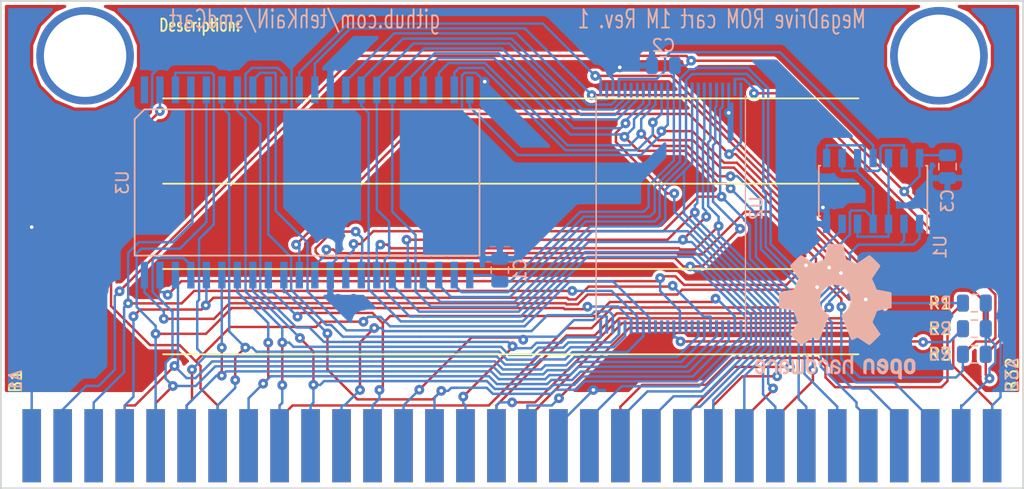
<source format=kicad_pcb>
(kicad_pcb (version 20171130) (host pcbnew "(5.0.0)")
  (title_block (title "Sega Megadrive Programmable 1MB Cartridge") (rev 1) (comment 1 "file, You can obtain one at http://mozilla.org/MPL/2.0/.") (comment 2 "License, v. 2.0. If a copy of the MPL was not distributed with this") (comment 3 "This Source Code Form is subject to the terms of the Mozilla Public"))
  (layers (0 F.Cu signal) (31 B.Cu signal) (34 B.Paste user) (35 F.Paste user) (36 B.SilkS user) (37 F.SilkS user) (38 B.Mask user) (39 F.Mask user) (44 Edge.Cuts user))
  (net 0 "")
  (net 1 +5V)
  (net 2 /A8)
  (net 3 /A9)
  (net 4 /A17)
  (net 5 /D15)
  (net 6 /D14)
  (net 7 /D13)
  (net 8 /D12)
  (net 9 /A7)
  (net 10 /A10)
  (net 11 /A6)
  (net 12 /A11)
  (net 13 /A5)
  (net 14 /A12)
  (net 15 /A4)
  (net 16 /A13)
  (net 17 /A3)
  (net 18 /A14)
  (net 19 /A2)
  (net 20 /A15)
  (net 21 /A1)
  (net 22 /A16)
  (net 23 /A0)
  (net 24 /D7)
  (net 25 /D0)
  (net 26 /D8)
  (net 27 /D6)
  (net 28 /D1)
  (net 29 /D9)
  (net 30 /D5)
  (net 31 /D2)
  (net 32 /D10)
  (net 33 /D4)
  (net 34 /D3)
  (net 35 /D11)
  (net 36 /A18)
  (net 37 GND)
  (net 38 "Net-(CON1-PadB01)")
  (net 39 "Net-(CON1-PadB02)")
  (net 40 "Net-(CON1-PadB03)")
  (net 41 "Net-(CON1-PadB08)")
  (net 42 A20)
  (net 43 "Net-(CON1-PadB10)")
  (net 44 "Net-(CON1-PadB11)")
  (net 45 "Net-(CON1-PadB12)")
  (net 46 "Net-(CON1-PadB13)")
  (net 47 "Net-(CON1-PadB14)")
  (net 48 "Net-(CON1-PadB15)")
  (net 49 ~OUT)
  (net 50 ~CE)
  (net 51 "Net-(CON1-PadB18)")
  (net 52 "Net-(CON1-PadB19)")
  (net 53 "Net-(CON1-PadB20)")
  (net 54 "Net-(CON1-PadB21)")
  (net 55 "Net-(CON1-PadB26)")
  (net 56 "Net-(CON1-PadB27)")
  (net 57 "Net-(CON1-PadB28)")
  (net 58 "Net-(CON1-PadB29)")
  (net 59 "Net-(CON1-PadB30)")
  (net 60 "Net-(CON1-PadB31)")
  (net 61 "Net-(CON1-PadB32)")
  (net 62 "Net-(R3-Pad2)")
  (net 63 "Net-(R4-Pad2)")
  (net 64 "Net-(R5-Pad2)")
  (net 65 "Net-(R6-Pad2)")
  (net 66 /OUT)
  (net 67 ~WE)
  (net 68 /~A20)
  (net 69 ~OE)
  (net 70 "Net-(U2-Pad9)")
  (net 71 "Net-(U2-Pad10)")
  (net 72 "Net-(U2-Pad13)")
  (net 73 "Net-(U2-Pad14)")
  (net 74 "Net-(U2-Pad15)")
  (net 75 "Net-(U3-Pad1)")
  (module Connect:1pin (layer F.Cu) (at 70.6 149.5)
    (fp_text reference DRL2 hide)
    (fp_text value 1pin)
    (pad "" np_thru_hole circle (at 0 0) (size 8 8) (drill 6.75) (layers *.Cu *.Mask))
  )
  (module Connect:1pin (layer F.Cu) (at 140.6 149.5)
    (fp_text reference DRL1 hide)
    (fp_text value 1pin)
    (pad "" np_thru_hole circle (at 0 0) (size 8 8) (drill 6.75) (layers *.Cu *.Mask))
  )
  (module megadrive:md_cart_edge_conn (layer F.Cu) (at 66.225 181.5)
    (fp_text reference CON1 hide)
    (fp_text value smd_cart_connector_edge)
    (fp_text user A32 (at 80.375 -5.8 90) (layer B.SilkS) (effects (justify mirror)))
    (fp_text user A1 (at -1.325 -5.3 90) (layer B.SilkS) (effects (justify mirror)))
    (fp_text user B1 (at -1.325 -5.3 90) (layer F.SilkS))
    (fp_text user B32 (at 80.375 -5.8 90) (layer F.SilkS))
    (pad B01 smd rect (at 0 0) (size 1.524 6) (layers F.Cu F.Paste F.Mask) (net 38 "Net-(CON1-PadB01)"))
    (pad B02 smd rect (at 2.54 0) (size 1.524 6) (layers F.Cu F.Paste F.Mask) (net 39 "Net-(CON1-PadB02)"))
    (pad B03 smd rect (at 5.08 0) (size 1.524 6) (layers F.Cu F.Paste F.Mask) (net 40 "Net-(CON1-PadB03)"))
    (pad B04 smd rect (at 7.62 0) (size 1.524 6) (layers F.Cu F.Paste F.Mask) (net 2 /A8))
    (pad B05 smd rect (at 10.16 0) (size 1.524 6) (layers F.Cu F.Paste F.Mask) (net 3 /A9))
    (pad B06 smd rect (at 12.7 0) (size 1.524 6) (layers F.Cu F.Paste F.Mask) (net 4 /A17))
    (pad B07 smd rect (at 15.24 0) (size 1.524 6) (layers F.Cu F.Paste F.Mask) (net 36 /A18))
    (pad B08 smd rect (at 17.78 0) (size 1.524 6) (layers F.Cu F.Paste F.Mask) (net 41 "Net-(CON1-PadB08)"))
    (pad B09 smd rect (at 20.32 0) (size 1.524 6) (layers F.Cu F.Paste F.Mask) (net 42 A20))
    (pad B10 smd rect (at 22.86 0) (size 1.524 6) (layers F.Cu F.Paste F.Mask) (net 43 "Net-(CON1-PadB10)"))
    (pad B11 smd rect (at 25.4 0) (size 1.524 6) (layers F.Cu F.Paste F.Mask) (net 44 "Net-(CON1-PadB11)"))
    (pad B12 smd rect (at 27.94 0) (size 1.524 6) (layers F.Cu F.Paste F.Mask) (net 45 "Net-(CON1-PadB12)"))
    (pad B13 smd rect (at 30.48 0) (size 1.524 6) (layers F.Cu F.Paste F.Mask) (net 46 "Net-(CON1-PadB13)"))
    (pad B14 smd rect (at 33.02 0) (size 1.524 6) (layers F.Cu F.Paste F.Mask) (net 47 "Net-(CON1-PadB14)"))
    (pad B15 smd rect (at 35.56 0) (size 1.524 6) (layers F.Cu F.Paste F.Mask) (net 48 "Net-(CON1-PadB15)"))
    (pad B16 smd rect (at 38.1 0) (size 1.524 6) (layers F.Cu F.Paste F.Mask) (net 49 ~OUT))
    (pad B17 smd rect (at 40.64 0) (size 1.524 6) (layers F.Cu F.Paste F.Mask) (net 50 ~CE))
    (pad B18 smd rect (at 43.18 0) (size 1.524 6) (layers F.Cu F.Paste F.Mask) (net 51 "Net-(CON1-PadB18)"))
    (pad B19 smd rect (at 45.72 0) (size 1.524 6) (layers F.Cu F.Paste F.Mask) (net 52 "Net-(CON1-PadB19)"))
    (pad B20 smd rect (at 48.26 0) (size 1.524 6) (layers F.Cu F.Paste F.Mask) (net 53 "Net-(CON1-PadB20)"))
    (pad B21 smd rect (at 50.8 0) (size 1.524 6) (layers F.Cu F.Paste F.Mask) (net 54 "Net-(CON1-PadB21)"))
    (pad B22 smd rect (at 53.34 0) (size 1.524 6) (layers F.Cu F.Paste F.Mask) (net 5 /D15))
    (pad B23 smd rect (at 55.88 0) (size 1.524 6) (layers F.Cu F.Paste F.Mask) (net 6 /D14))
    (pad B24 smd rect (at 58.42 0) (size 1.524 6) (layers F.Cu F.Paste F.Mask) (net 7 /D13))
    (pad B25 smd rect (at 60.96 0) (size 1.524 6) (layers F.Cu F.Paste F.Mask) (net 8 /D12))
    (pad B26 smd rect (at 63.5 0) (size 1.524 6) (layers F.Cu F.Paste F.Mask) (net 55 "Net-(CON1-PadB26)"))
    (pad B27 smd rect (at 66.04 0) (size 1.524 6) (layers F.Cu F.Paste F.Mask) (net 56 "Net-(CON1-PadB27)"))
    (pad B28 smd rect (at 68.58 0) (size 1.524 6) (layers F.Cu F.Paste F.Mask) (net 57 "Net-(CON1-PadB28)"))
    (pad B29 smd rect (at 71.12 0) (size 1.524 6) (layers F.Cu F.Paste F.Mask) (net 58 "Net-(CON1-PadB29)"))
    (pad B30 smd rect (at 73.66 0) (size 1.524 6) (layers F.Cu F.Paste F.Mask) (net 59 "Net-(CON1-PadB30)"))
    (pad B31 smd rect (at 76.2 0) (size 1.524 6) (layers F.Cu F.Paste F.Mask) (net 60 "Net-(CON1-PadB31)"))
    (pad B32 smd rect (at 78.74 0) (size 1.524 6) (layers F.Cu F.Paste F.Mask) (net 61 "Net-(CON1-PadB32)"))
    (pad A01 smd rect (at 0 0) (size 1.524 6) (layers B.Cu B.Paste B.Mask) (net 37 GND))
    (pad A02 smd rect (at 2.54 0) (size 1.524 6) (layers B.Cu B.Paste B.Mask) (net 1 +5V))
    (pad A03 smd rect (at 5.08 0) (size 1.524 6) (layers B.Cu B.Paste B.Mask) (net 9 /A7))
    (pad A04 smd rect (at 7.62 0) (size 1.524 6) (layers B.Cu B.Paste B.Mask) (net 10 /A10))
    (pad A05 smd rect (at 10.16 0) (size 1.524 6) (layers B.Cu B.Paste B.Mask) (net 11 /A6))
    (pad A06 smd rect (at 12.7 0) (size 1.524 6) (layers B.Cu B.Paste B.Mask) (net 12 /A11))
    (pad A07 smd rect (at 15.24 0) (size 1.524 6) (layers B.Cu B.Paste B.Mask) (net 13 /A5))
    (pad A08 smd rect (at 17.78 0) (size 1.524 6) (layers B.Cu B.Paste B.Mask) (net 14 /A12))
    (pad A09 smd rect (at 20.32 0) (size 1.524 6) (layers B.Cu B.Paste B.Mask) (net 15 /A4))
    (pad A10 smd rect (at 22.86 0) (size 1.524 6) (layers B.Cu B.Paste B.Mask) (net 16 /A13))
    (pad A11 smd rect (at 25.4 0) (size 1.524 6) (layers B.Cu B.Paste B.Mask) (net 17 /A3))
    (pad A12 smd rect (at 27.94 0) (size 1.524 6) (layers B.Cu B.Paste B.Mask) (net 18 /A14))
    (pad A13 smd rect (at 30.48 0) (size 1.524 6) (layers B.Cu B.Paste B.Mask) (net 19 /A2))
    (pad A14 smd rect (at 33.02 0) (size 1.524 6) (layers B.Cu B.Paste B.Mask) (net 20 /A15))
    (pad A15 smd rect (at 35.56 0) (size 1.524 6) (layers B.Cu B.Paste B.Mask) (net 21 /A1))
    (pad A16 smd rect (at 38.1 0) (size 1.524 6) (layers B.Cu B.Paste B.Mask) (net 22 /A16))
    (pad A17 smd rect (at 40.64 0) (size 1.524 6) (layers B.Cu B.Paste B.Mask) (net 23 /A0))
    (pad A18 smd rect (at 43.18 0) (size 1.524 6) (layers B.Cu B.Paste B.Mask) (net 37 GND))
    (pad A19 smd rect (at 45.72 0) (size 1.524 6) (layers B.Cu B.Paste B.Mask) (net 24 /D7))
    (pad A20 smd rect (at 48.26 0) (size 1.524 6) (layers B.Cu B.Paste B.Mask) (net 25 /D0))
    (pad A21 smd rect (at 50.8 0) (size 1.524 6) (layers B.Cu B.Paste B.Mask) (net 26 /D8))
    (pad A22 smd rect (at 53.34 0) (size 1.524 6) (layers B.Cu B.Paste B.Mask) (net 27 /D6))
    (pad A23 smd rect (at 55.88 0) (size 1.524 6) (layers B.Cu B.Paste B.Mask) (net 28 /D1))
    (pad A24 smd rect (at 58.42 0) (size 1.524 6) (layers B.Cu B.Paste B.Mask) (net 29 /D9))
    (pad A25 smd rect (at 60.96 0) (size 1.524 6) (layers B.Cu B.Paste B.Mask) (net 30 /D5))
    (pad A26 smd rect (at 63.5 0) (size 1.524 6) (layers B.Cu B.Paste B.Mask) (net 31 /D2))
    (pad A27 smd rect (at 66.04 0) (size 1.524 6) (layers B.Cu B.Paste B.Mask) (net 32 /D10))
    (pad A28 smd rect (at 68.58 0) (size 1.524 6) (layers B.Cu B.Paste B.Mask) (net 33 /D4))
    (pad A29 smd rect (at 71.12 0) (size 1.524 6) (layers B.Cu B.Paste B.Mask) (net 34 /D3))
    (pad A30 smd rect (at 73.66 0) (size 1.524 6) (layers B.Cu B.Paste B.Mask) (net 35 /D11))
    (pad A31 smd rect (at 76.2 0) (size 1.524 6) (layers B.Cu B.Paste B.Mask) (net 1 +5V))
    (pad A32 smd rect (at 78.74 0) (size 1.524 6) (layers B.Cu B.Paste B.Mask) (net 37 GND))
  )
  (module Capacitor_SMD:C_0805_2012Metric (layer B.Cu) (at 104.6 167.1 90)
    (fp_text reference C1 (at 0 1.65 90) (layer B.SilkS) (effects (justify mirror)))
    (fp_text value 100nF)
    (pad 2 smd roundrect (at 0.9375 0 90) (size 0.975 1.4) (layers B.Cu B.Paste B.Mask) (net 37 GND))
    (pad 1 smd roundrect (at -0.9375 0 90) (size 0.975 1.4) (layers B.Cu B.Paste B.Mask) (net 1 +5V))
  )
  (module Capacitor_SMD:C_0805_2012Metric (layer B.Cu) (at 118.016 150.3038 180)
    (fp_text reference C2 (at 0 1.65 180) (layer B.SilkS) (effects (justify mirror)))
    (fp_text value 100nF)
    (pad 1 smd roundrect (at -0.9375 0 180) (size 0.975 1.4) (layers B.Cu B.Paste B.Mask) (net 1 +5V))
    (pad 2 smd roundrect (at 0.9375 0 180) (size 0.975 1.4) (layers B.Cu B.Paste B.Mask) (net 37 GND))
  )
  (module Capacitor_SMD:C_0805_2012Metric (layer B.Cu) (at 141.3 158.6 270)
    (fp_text reference C3 (at 2.8 0 270) (layer B.SilkS) (effects (justify mirror)))
    (fp_text value 100nF)
    (pad 1 smd roundrect (at -0.9375 0 270) (size 0.975 1.4) (layers B.Cu B.Paste B.Mask) (net 1 +5V))
    (pad 2 smd roundrect (at 0.9375 0 270) (size 0.975 1.4) (layers B.Cu B.Paste B.Mask) (net 37 GND))
  )
  (module Resistor_SMD:R_0805_2012Metric (layer F.Cu) (at 143.5 169.8)
    (fp_text reference R1 (at -2.8 0) (layer F.SilkS))
    (fp_text value 10k)
    (pad 1 smd roundrect (at -0.9375 0) (size 0.975 1.4) (layers F.Cu F.Paste F.Mask) (net 53 "Net-(CON1-PadB20)"))
    (pad 2 smd roundrect (at 0.9375 0) (size 0.975 1.4) (layers F.Cu F.Paste F.Mask) (net 37 GND))
  )
  (module Resistor_SMD:R_0805_2012Metric (layer F.Cu) (at 143.5 171.9)
    (fp_text reference R2 (at -2.8 0) (layer F.SilkS))
    (fp_text value 10k)
    (pad 2 smd roundrect (at 0.9375 0) (size 0.975 1.4) (layers F.Cu F.Paste F.Mask) (net 37 GND))
    (pad 1 smd roundrect (at -0.9375 0) (size 0.975 1.4) (layers F.Cu F.Paste F.Mask) (net 61 "Net-(CON1-PadB32)"))
  )
  (module Resistor_SMD:R_0805_2012Metric (layer F.Cu) (at 143.5 174 180)
    (fp_text reference R3 (at 2.8 0 180) (layer F.SilkS))
    (fp_text value 10k)
    (pad 2 smd roundrect (at 0.9375 0 180) (size 0.975 1.4) (layers F.Cu F.Paste F.Mask) (net 62 "Net-(R3-Pad2)"))
    (pad 1 smd roundrect (at -0.9375 0 180) (size 0.975 1.4) (layers F.Cu F.Paste F.Mask) (net 1 +5V))
  )
  (module Resistor_SMD:R_0805_2012Metric (layer B.Cu) (at 143.5 169.8 180)
    (fp_text reference R4 (at 2.8 0 180) (layer B.SilkS) (effects (justify mirror)))
    (fp_text value 10k)
    (pad 2 smd roundrect (at 0.9375 0 180) (size 0.975 1.4) (layers B.Cu B.Paste B.Mask) (net 63 "Net-(R4-Pad2)"))
    (pad 1 smd roundrect (at -0.9375 0 180) (size 0.975 1.4) (layers B.Cu B.Paste B.Mask) (net 1 +5V))
  )
  (module Resistor_SMD:R_0805_2012Metric (layer B.Cu) (at 143.5 171.9 180)
    (fp_text reference R5 (at 2.8 0 180) (layer B.SilkS) (effects (justify mirror)))
    (fp_text value 10k)
    (pad 1 smd roundrect (at -0.9375 0 180) (size 0.975 1.4) (layers B.Cu B.Paste B.Mask) (net 1 +5V))
    (pad 2 smd roundrect (at 0.9375 0 180) (size 0.975 1.4) (layers B.Cu B.Paste B.Mask) (net 64 "Net-(R5-Pad2)"))
  )
  (module Resistor_SMD:R_0805_2012Metric (layer B.Cu) (at 143.5 174 180)
    (fp_text reference R6 (at 2.8 0 180) (layer B.SilkS) (effects (justify mirror)))
    (fp_text value 10k)
    (pad 1 smd roundrect (at -0.9375 0 180) (size 0.975 1.4) (layers B.Cu B.Paste B.Mask) (net 1 +5V))
    (pad 2 smd roundrect (at 0.9375 0 180) (size 0.975 1.4) (layers B.Cu B.Paste B.Mask) (net 65 "Net-(R6-Pad2)"))
  )
  (module Package_SO:SOIC-14_3.9x8.7mm_P1.27mm (layer B.Cu) (at 135.2 160.6 90)
    (fp_text reference U1 (at -4.6 5.5 90) (layer B.SilkS) (effects (justify mirror)))
    (fp_text value 74HCT00)
    (pad 1 smd rect (at -2.7 3.81 90) (size 1.5 0.6) (layers B.Cu B.Paste B.Mask) (net 49 ~OUT))
    (pad 2 smd rect (at -2.7 2.54 90) (size 1.5 0.6) (layers B.Cu B.Paste B.Mask) (net 49 ~OUT))
    (pad 3 smd rect (at -2.7 1.27 90) (size 1.5 0.6) (layers B.Cu B.Paste B.Mask) (net 66 /OUT))
    (pad 4 smd rect (at -2.7 0 90) (size 1.5 0.6) (layers B.Cu B.Paste B.Mask) (net 42 A20))
    (pad 5 smd rect (at -2.7 -1.27 90) (size 1.5 0.6) (layers B.Cu B.Paste B.Mask) (net 66 /OUT))
    (pad 6 smd rect (at -2.7 -2.54 90) (size 1.5 0.6) (layers B.Cu B.Paste B.Mask) (net 67 ~WE))
    (pad 7 smd rect (at -2.7 -3.81 90) (size 1.5 0.6) (layers B.Cu B.Paste B.Mask) (net 37 GND))
    (pad 8 smd rect (at 2.7 -3.81 90) (size 1.5 0.6) (layers B.Cu B.Paste B.Mask) (net 68 /~A20))
    (pad 9 smd rect (at 2.7 -2.54 90) (size 1.5 0.6) (layers B.Cu B.Paste B.Mask) (net 42 A20))
    (pad 10 smd rect (at 2.7 -1.27 90) (size 1.5 0.6) (layers B.Cu B.Paste B.Mask) (net 42 A20))
    (pad 11 smd rect (at 2.7 0 90) (size 1.5 0.6) (layers B.Cu B.Paste B.Mask) (net 69 ~OE))
    (pad 12 smd rect (at 2.7 1.27 90) (size 1.5 0.6) (layers B.Cu B.Paste B.Mask) (net 66 /OUT))
    (pad 13 smd rect (at 2.7 2.54 90) (size 1.5 0.6) (layers B.Cu B.Paste B.Mask) (net 68 /~A20))
    (pad 14 smd rect (at 2.7 3.81 90) (size 1.5 0.6) (layers B.Cu B.Paste B.Mask) (net 1 +5V))
  )
  (module Package_SO:TSOP-I-48_18.4x12mm_P0.5mm (layer B.Cu) (at 118.616 162.0038 90)
    (fp_text reference U2 (at 0 7 90) (layer B.SilkS) (effects (justify mirror)))
    (fp_text value 29f800-TSOP48)
    (pad 1 smd rect (at -9.75 5.75 90) (size 1.1 0.25) (layers B.Cu B.Paste B.Mask) (net 20 /A15))
    (pad 25 smd rect (at 9.75 -5.75 90) (size 1.1 0.25) (layers B.Cu B.Paste B.Mask) (net 23 /A0))
    (pad 2 smd rect (at -9.75 5.25 90) (size 1.1 0.25) (layers B.Cu B.Paste B.Mask) (net 18 /A14))
    (pad 3 smd rect (at -9.75 4.75 90) (size 1.1 0.25) (layers B.Cu B.Paste B.Mask) (net 16 /A13))
    (pad 4 smd rect (at -9.75 4.25 90) (size 1.1 0.25) (layers B.Cu B.Paste B.Mask) (net 14 /A12))
    (pad 5 smd rect (at -9.75 3.75 90) (size 1.1 0.25) (layers B.Cu B.Paste B.Mask) (net 12 /A11))
    (pad 6 smd rect (at -9.75 3.25 90) (size 1.1 0.25) (layers B.Cu B.Paste B.Mask) (net 10 /A10))
    (pad 7 smd rect (at -9.75 2.75 90) (size 1.1 0.25) (layers B.Cu B.Paste B.Mask) (net 3 /A9))
    (pad 8 smd rect (at -9.75 2.25 90) (size 1.1 0.25) (layers B.Cu B.Paste B.Mask) (net 2 /A8))
    (pad 9 smd rect (at -9.75 1.75 90) (size 1.1 0.25) (layers B.Cu B.Paste B.Mask) (net 70 "Net-(U2-Pad9)"))
    (pad 10 smd rect (at -9.75 1.25 90) (size 1.1 0.25) (layers B.Cu B.Paste B.Mask) (net 71 "Net-(U2-Pad10)"))
    (pad 11 smd rect (at -9.75 0.75 90) (size 1.1 0.25) (layers B.Cu B.Paste B.Mask) (net 67 ~WE))
    (pad 12 smd rect (at -9.75 0.25 90) (size 1.1 0.25) (layers B.Cu B.Paste B.Mask) (net 64 "Net-(R5-Pad2)"))
    (pad 13 smd rect (at -9.75 -0.25 90) (size 1.1 0.25) (layers B.Cu B.Paste B.Mask) (net 72 "Net-(U2-Pad13)"))
    (pad 14 smd rect (at -9.75 -0.75 90) (size 1.1 0.25) (layers B.Cu B.Paste B.Mask) (net 73 "Net-(U2-Pad14)"))
    (pad 15 smd rect (at -9.75 -1.25 90) (size 1.1 0.25) (layers B.Cu B.Paste B.Mask) (net 74 "Net-(U2-Pad15)"))
    (pad 16 smd rect (at -9.75 -1.75 90) (size 1.1 0.25) (layers B.Cu B.Paste B.Mask) (net 36 /A18))
    (pad 17 smd rect (at -9.75 -2.25 90) (size 1.1 0.25) (layers B.Cu B.Paste B.Mask) (net 4 /A17))
    (pad 18 smd rect (at -9.75 -2.75 90) (size 1.1 0.25) (layers B.Cu B.Paste B.Mask) (net 9 /A7))
    (pad 19 smd rect (at -9.75 -3.25 90) (size 1.1 0.25) (layers B.Cu B.Paste B.Mask) (net 11 /A6))
    (pad 20 smd rect (at -9.75 -3.75 90) (size 1.1 0.25) (layers B.Cu B.Paste B.Mask) (net 13 /A5))
    (pad 21 smd rect (at -9.75 -4.25 90) (size 1.1 0.25) (layers B.Cu B.Paste B.Mask) (net 15 /A4))
    (pad 22 smd rect (at -9.75 -4.75 90) (size 1.1 0.25) (layers B.Cu B.Paste B.Mask) (net 17 /A3))
    (pad 23 smd rect (at -9.75 -5.25 90) (size 1.1 0.25) (layers B.Cu B.Paste B.Mask) (net 19 /A2))
    (pad 24 smd rect (at -9.75 -5.75 90) (size 1.1 0.25) (layers B.Cu B.Paste B.Mask) (net 21 /A1))
    (pad 26 smd rect (at 9.75 -5.25 90) (size 1.1 0.25) (layers B.Cu B.Paste B.Mask) (net 50 ~CE))
    (pad 27 smd rect (at 9.75 -4.75 90) (size 1.1 0.25) (layers B.Cu B.Paste B.Mask) (net 37 GND))
    (pad 28 smd rect (at 9.75 -4.25 90) (size 1.1 0.25) (layers B.Cu B.Paste B.Mask) (net 69 ~OE))
    (pad 29 smd rect (at 9.75 -3.75 90) (size 1.1 0.25) (layers B.Cu B.Paste B.Mask) (net 25 /D0))
    (pad 30 smd rect (at 9.75 -3.25 90) (size 1.1 0.25) (layers B.Cu B.Paste B.Mask) (net 26 /D8))
    (pad 31 smd rect (at 9.75 -2.75 90) (size 1.1 0.25) (layers B.Cu B.Paste B.Mask) (net 28 /D1))
    (pad 32 smd rect (at 9.75 -2.25 90) (size 1.1 0.25) (layers B.Cu B.Paste B.Mask) (net 29 /D9))
    (pad 33 smd rect (at 9.75 -1.75 90) (size 1.1 0.25) (layers B.Cu B.Paste B.Mask) (net 31 /D2))
    (pad 34 smd rect (at 9.75 -1.25 90) (size 1.1 0.25) (layers B.Cu B.Paste B.Mask) (net 32 /D10))
    (pad 35 smd rect (at 9.75 -0.75 90) (size 1.1 0.25) (layers B.Cu B.Paste B.Mask) (net 34 /D3))
    (pad 36 smd rect (at 9.75 -0.25 90) (size 1.1 0.25) (layers B.Cu B.Paste B.Mask) (net 35 /D11))
    (pad 37 smd rect (at 9.75 0.25 90) (size 1.1 0.25) (layers B.Cu B.Paste B.Mask) (net 1 +5V))
    (pad 38 smd rect (at 9.75 0.75 90) (size 1.1 0.25) (layers B.Cu B.Paste B.Mask) (net 33 /D4))
    (pad 39 smd rect (at 9.75 1.25 90) (size 1.1 0.25) (layers B.Cu B.Paste B.Mask) (net 8 /D12))
    (pad 40 smd rect (at 9.75 1.75 90) (size 1.1 0.25) (layers B.Cu B.Paste B.Mask) (net 30 /D5))
    (pad 41 smd rect (at 9.75 2.25 90) (size 1.1 0.25) (layers B.Cu B.Paste B.Mask) (net 7 /D13))
    (pad 42 smd rect (at 9.75 2.75 90) (size 1.1 0.25) (layers B.Cu B.Paste B.Mask) (net 27 /D6))
    (pad 43 smd rect (at 9.75 3.25 90) (size 1.1 0.25) (layers B.Cu B.Paste B.Mask) (net 6 /D14))
    (pad 44 smd rect (at 9.75 3.75 90) (size 1.1 0.25) (layers B.Cu B.Paste B.Mask) (net 24 /D7))
    (pad 45 smd rect (at 9.75 4.25 90) (size 1.1 0.25) (layers B.Cu B.Paste B.Mask) (net 5 /D15))
    (pad 46 smd rect (at 9.75 4.75 90) (size 1.1 0.25) (layers B.Cu B.Paste B.Mask) (net 37 GND))
    (pad 47 smd rect (at 9.75 5.25 90) (size 1.1 0.25) (layers B.Cu B.Paste B.Mask) (net 62 "Net-(R3-Pad2)"))
    (pad 48 smd rect (at 9.75 5.75 90) (size 1.1 0.25) (layers B.Cu B.Paste B.Mask) (net 22 /A16))
  )
  (module megadrive:SOIC-44 (layer B.Cu) (at 88.8 159.9)
    (fp_text reference U3 (at -15.135 0 -90) (layer B.SilkS) (effects (justify mirror)))
    (fp_text value 29f800-SOP44)
    (pad 44 smd rect (at -13.335 7.6) (size 0.6 2.2) (layers B.Cu B.Paste B.Mask) (net 65 "Net-(R6-Pad2)"))
    (pad 1 smd rect (at -13.335 -7.6) (size 0.6 2.2) (layers B.Cu B.Paste B.Mask) (net 75 "Net-(U3-Pad1)"))
    (pad 43 smd rect (at -12.065 7.6) (size 0.6 2.2) (layers B.Cu B.Paste B.Mask) (net 67 ~WE))
    (pad 2 smd rect (at -12.065 -7.6) (size 0.6 2.2) (layers B.Cu B.Paste B.Mask) (net 36 /A18))
    (pad 42 smd rect (at -10.795 7.6) (size 0.6 2.2) (layers B.Cu B.Paste B.Mask) (net 2 /A8))
    (pad 3 smd rect (at -10.795 -7.6) (size 0.6 2.2) (layers B.Cu B.Paste B.Mask) (net 4 /A17))
    (pad 41 smd rect (at -9.525 7.6) (size 0.6 2.2) (layers B.Cu B.Paste B.Mask) (net 3 /A9))
    (pad 4 smd rect (at -9.525 -7.6) (size 0.6 2.2) (layers B.Cu B.Paste B.Mask) (net 9 /A7))
    (pad 40 smd rect (at -8.255 7.6) (size 0.6 2.2) (layers B.Cu B.Paste B.Mask) (net 10 /A10))
    (pad 5 smd rect (at -8.255 -7.6) (size 0.6 2.2) (layers B.Cu B.Paste B.Mask) (net 11 /A6))
    (pad 39 smd rect (at -6.985 7.6) (size 0.6 2.2) (layers B.Cu B.Paste B.Mask) (net 12 /A11))
    (pad 6 smd rect (at -6.985 -7.6) (size 0.6 2.2) (layers B.Cu B.Paste B.Mask) (net 13 /A5))
    (pad 38 smd rect (at -5.715 7.6) (size 0.6 2.2) (layers B.Cu B.Paste B.Mask) (net 14 /A12))
    (pad 7 smd rect (at -5.715 -7.6) (size 0.6 2.2) (layers B.Cu B.Paste B.Mask) (net 15 /A4))
    (pad 37 smd rect (at -4.445 7.6) (size 0.6 2.2) (layers B.Cu B.Paste B.Mask) (net 16 /A13))
    (pad 8 smd rect (at -4.445 -7.6) (size 0.6 2.2) (layers B.Cu B.Paste B.Mask) (net 17 /A3))
    (pad 36 smd rect (at -3.175 7.6) (size 0.6 2.2) (layers B.Cu B.Paste B.Mask) (net 18 /A14))
    (pad 9 smd rect (at -3.175 -7.6) (size 0.6 2.2) (layers B.Cu B.Paste B.Mask) (net 19 /A2))
    (pad 35 smd rect (at -1.905 7.6) (size 0.6 2.2) (layers B.Cu B.Paste B.Mask) (net 20 /A15))
    (pad 10 smd rect (at -1.905 -7.6) (size 0.6 2.2) (layers B.Cu B.Paste B.Mask) (net 21 /A1))
    (pad 34 smd rect (at -0.635 7.6) (size 0.6 2.2) (layers B.Cu B.Paste B.Mask) (net 22 /A16))
    (pad 11 smd rect (at -0.635 -7.6) (size 0.6 2.2) (layers B.Cu B.Paste B.Mask) (net 23 /A0))
    (pad 33 smd rect (at 0.635 7.6) (size 0.6 2.2) (layers B.Cu B.Paste B.Mask) (net 63 "Net-(R4-Pad2)"))
    (pad 12 smd rect (at 0.635 -7.6) (size 0.6 2.2) (layers B.Cu B.Paste B.Mask) (net 50 ~CE))
    (pad 32 smd rect (at 1.905 7.6) (size 0.6 2.2) (layers B.Cu B.Paste B.Mask) (net 37 GND))
    (pad 13 smd rect (at 1.905 -7.6) (size 0.6 2.2) (layers B.Cu B.Paste B.Mask) (net 37 GND))
    (pad 31 smd rect (at 3.175 7.6) (size 0.6 2.2) (layers B.Cu B.Paste B.Mask) (net 5 /D15))
    (pad 14 smd rect (at 3.175 -7.6) (size 0.6 2.2) (layers B.Cu B.Paste B.Mask) (net 69 ~OE))
    (pad 30 smd rect (at 4.445 7.6) (size 0.6 2.2) (layers B.Cu B.Paste B.Mask) (net 24 /D7))
    (pad 15 smd rect (at 4.445 -7.6) (size 0.6 2.2) (layers B.Cu B.Paste B.Mask) (net 25 /D0))
    (pad 29 smd rect (at 5.715 7.6) (size 0.6 2.2) (layers B.Cu B.Paste B.Mask) (net 6 /D14))
    (pad 16 smd rect (at 5.715 -7.6) (size 0.6 2.2) (layers B.Cu B.Paste B.Mask) (net 26 /D8))
    (pad 28 smd rect (at 6.985 7.6) (size 0.6 2.2) (layers B.Cu B.Paste B.Mask) (net 27 /D6))
    (pad 17 smd rect (at 6.985 -7.6) (size 0.6 2.2) (layers B.Cu B.Paste B.Mask) (net 28 /D1))
    (pad 27 smd rect (at 8.255 7.6) (size 0.6 2.2) (layers B.Cu B.Paste B.Mask) (net 7 /D13))
    (pad 18 smd rect (at 8.255 -7.6) (size 0.6 2.2) (layers B.Cu B.Paste B.Mask) (net 29 /D9))
    (pad 26 smd rect (at 9.525 7.6) (size 0.6 2.2) (layers B.Cu B.Paste B.Mask) (net 30 /D5))
    (pad 19 smd rect (at 9.525 -7.6) (size 0.6 2.2) (layers B.Cu B.Paste B.Mask) (net 31 /D2))
    (pad 25 smd rect (at 10.795 7.6) (size 0.6 2.2) (layers B.Cu B.Paste B.Mask) (net 8 /D12))
    (pad 20 smd rect (at 10.795 -7.6) (size 0.6 2.2) (layers B.Cu B.Paste B.Mask) (net 32 /D10))
    (pad 24 smd rect (at 12.065 7.6) (size 0.6 2.2) (layers B.Cu B.Paste B.Mask) (net 33 /D4))
    (pad 21 smd rect (at 12.065 -7.6) (size 0.6 2.2) (layers B.Cu B.Paste B.Mask) (net 34 /D3))
    (pad 23 smd rect (at 13.335 7.6) (size 0.6 2.2) (layers B.Cu B.Paste B.Mask) (net 1 +5V))
    (pad 22 smd rect (at 13.335 -7.6) (size 0.6 2.2) (layers B.Cu B.Paste B.Mask) (net 35 /D11))
  )
  (module Symbol:OSHW-Logo2_14.6x12mm_SilkScreen (layer B.Cu) (at 132.1 170.5 180)
    (fp_text reference REF** hide)
    (fp_text value OSHW-Logo2_14.6x12mm_SilkScreen hide)
  )
  (gr_text Description: (at 80 147) (layer F.SilkS) (effects (font (size 1 0.75))))
  (gr_line (start 77 174) (end 134 174) (layer F.SilkS) (width 0.15))
  (gr_line (start 77 167) (end 134 167) (layer F.SilkS) (width 0.15))
  (gr_line (start 77 160) (end 134 160) (layer F.SilkS) (width 0.15))
  (gr_line (start 77 153) (end 134 153) (layer F.SilkS) (width 0.15))
  (gr_text github.com/tehKaiN/smdCart (at 88.6 146.5) (layer B.SilkS) (effects (font (size 1.5 1)) (justify mirror)))
  (gr_text "MegaDrive ROM cart 1M Rev. 1" (at 122.8 146.5) (layer B.SilkS) (effects (font (size 1.5 1)) (justify mirror)))
  (gr_line (start 63.7 185) (end 147.5 185) (layer Edge.Cuts) (width 0.15))
  (gr_line (start 63.7 185) (end 63.7 145) (layer Edge.Cuts) (width 0.15))
  (gr_line (start 147.5 145) (end 63.7 145) (layer Edge.Cuts) (width 0.15))
  (gr_line (start 147.5 185) (end 147.5 145) (layer Edge.Cuts) (width 0.15))
  (segment (start 120.2881 149.908) (end 119.8923 150.3038) (width 0.2) (layer B.Cu) (net 1))
  (segment (start 119.8923 150.3038) (end 118.9535 150.3038) (width 0.2) (layer B.Cu) (net 1))
  (segment (start 118.9535 150.3038) (end 118.866 150.3913) (width 0.2) (layer B.Cu) (net 1))
  (segment (start 118.866 150.3913) (end 118.866 152.2538) (width 0.2) (layer B.Cu) (net 1))
  (segment (start 102.135 167.5) (end 104.0625 167.5) (width 0.2) (layer B.Cu) (net 1))
  (segment (start 104.0625 167.5) (end 104.6 168.0375) (width 0.2) (layer B.Cu) (net 1))
  (segment (start 142.425 181.5) (end 142.425 178.1997) (width 0.2) (layer B.Cu) (net 1))
  (segment (start 144.2714 172.2911) (end 145.2262 173.246) (width 0.2) (layer B.Cu) (net 1))
  (segment (start 145.2262 173.246) (end 145.2262 174.6857) (width 0.2) (layer B.Cu) (net 1))
  (segment (start 145.2262 174.6857) (end 144.7467 175.1652) (width 0.2) (layer B.Cu) (net 1))
  (segment (start 144.7467 175.1652) (end 144.7467 175.9849) (width 0.2) (layer B.Cu) (net 1))
  (segment (start 144.7467 175.9849) (end 142.5319 178.1997) (width 0.2) (layer B.Cu) (net 1))
  (segment (start 142.5319 178.1997) (end 142.425 178.1997) (width 0.2) (layer B.Cu) (net 1))
  (segment (start 144.7467 175.9849) (end 144.4375 175.6757) (width 0.2) (layer F.Cu) (net 1))
  (segment (start 144.4375 175.6757) (end 144.4375 174) (width 0.2) (layer F.Cu) (net 1))
  (segment (start 144.4375 169.8) (end 144.4375 171.9) (width 0.2) (layer B.Cu) (net 1))
  (segment (start 144.2714 172.2911) (end 144.4375 172.125) (width 0.2) (layer B.Cu) (net 1))
  (segment (start 144.4375 172.125) (end 144.4375 171.9) (width 0.2) (layer B.Cu) (net 1))
  (via (at 120.2881 149.908) (size 0.8) (layers F.Cu B.Cu) (net 1))
  (via (at 144.7467 175.9849) (size 0.8) (layers F.Cu B.Cu) (net 1))
  (segment (start 144.4375 172.7) (end 144.4375 174) (width 0.2) (layer B.Cu) (net 1))
  (segment (start 144.4375 171.9) (end 144.4375 172.7) (width 0.2) (layer B.Cu) (net 1))
  (segment (start 139.2475 157.6625) (end 139.01 157.9) (width 0.2) (layer B.Cu) (net 1))
  (segment (start 141.3 157.6625) (end 139.2475 157.6625) (width 0.2) (layer B.Cu) (net 1))
  (segment (start 139.01 158.9503) (end 139.01 157.9) (width 0.2) (layer B.Cu) (net 1))
  (segment (start 145.6308 168.513136) (end 138.157381 161.039717) (width 0.2) (layer F.Cu) (net 1))
  (segment (start 138.157381 161.039717) (end 137.757382 160.639718) (width 0.2) (layer F.Cu) (net 1))
  (segment (start 137.357383 160.239719) (end 137.757382 160.639718) (width 0.2) (layer F.Cu) (net 1))
  (segment (start 120.2881 149.908) (end 127.025664 149.908) (width 0.2) (layer F.Cu) (net 1))
  (segment (start 127.025664 149.908) (end 137.357383 160.239719) (width 0.2) (layer F.Cu) (net 1))
  (segment (start 138.157381 160.239719) (end 137.757382 160.639718) (width 0.2) (layer B.Cu) (net 1))
  (segment (start 139.01 157.9) (end 139.01 159.3871) (width 0.2) (layer B.Cu) (net 1))
  (segment (start 144.4375 174) (end 145.6308 172.8067) (width 0.2) (layer F.Cu) (net 1))
  (segment (start 145.6308 172.8067) (end 145.6308 168.513136) (width 0.2) (layer F.Cu) (net 1))
  (via (at 137.757382 160.639718) (size 0.8) (drill 0.3) (layers F.Cu B.Cu) (net 1))
  (segment (start 139.01 159.3871) (end 138.157381 160.239719) (width 0.2) (layer B.Cu) (net 1))
  (segment (start 92.748879 149.508001) (end 73.830879 168.426001) (width 0.2) (layer F.Cu) (net 1))
  (segment (start 73.830879 168.426001) (end 73.43088 168.826) (width 0.2) (layer F.Cu) (net 1))
  (segment (start 119.888101 149.508001) (end 92.748879 149.508001) (width 0.2) (layer F.Cu) (net 1))
  (segment (start 120.2881 149.908) (end 119.888101 149.508001) (width 0.2) (layer F.Cu) (net 1))
  (via (at 73.43088 168.826) (size 0.8) (drill 0.3) (layers F.Cu B.Cu) (net 1))
  (segment (start 68.765 178.535) (end 68.765 181.5) (width 0.2) (layer B.Cu) (net 1))
  (segment (start 70.7 176.6) (end 68.765 178.535) (width 0.2) (layer B.Cu) (net 1))
  (segment (start 71.7 176.6) (end 70.7 176.6) (width 0.2) (layer B.Cu) (net 1))
  (segment (start 73.030881 175.269119) (end 71.7 176.6) (width 0.2) (layer B.Cu) (net 1))
  (segment (start 73.43088 168.826) (end 73.030881 169.225999) (width 0.2) (layer B.Cu) (net 1))
  (segment (start 73.030881 169.225999) (end 73.030881 175.269119) (width 0.2) (layer B.Cu) (net 1))
  (segment (start 118.866 158.100896) (end 116.8 160.166896) (width 0.2) (layer B.Cu) (net 1))
  (segment (start 118.866 152.2538) (end 118.866 158.100896) (width 0.2) (layer B.Cu) (net 1))
  (segment (start 116.8 160.166896) (end 116.8 161.9) (width 0.2) (layer B.Cu) (net 1))
  (segment (start 116.8 161.9) (end 116.4 162.3) (width 0.2) (layer B.Cu) (net 1))
  (segment (start 105.4625 168.0375) (end 104.6 168.0375) (width 0.2) (layer B.Cu) (net 1))
  (segment (start 116.4 162.3) (end 111.2 162.3) (width 0.2) (layer B.Cu) (net 1))
  (segment (start 111.2 162.3) (end 105.4625 168.0375) (width 0.2) (layer B.Cu) (net 1))
  (segment (start 77.9296 174.9598) (end 78.2152 174.6742) (width 0.2) (layer B.Cu) (net 2))
  (segment (start 78.2152 174.6742) (end 78.2152 167.7102) (width 0.2) (layer B.Cu) (net 2))
  (segment (start 78.2152 167.7102) (end 78.005 167.5) (width 0.2) (layer B.Cu) (net 2))
  (segment (start 73.845 178.1997) (end 74.6897 178.1997) (width 0.2) (layer F.Cu) (net 2))
  (segment (start 74.6897 178.1997) (end 77.9296 174.9598) (width 0.2) (layer F.Cu) (net 2))
  (segment (start 73.845 181.5) (end 73.845 178.1997) (width 0.2) (layer F.Cu) (net 2))
  (via (at 77.9296 174.9598) (size 0.8) (layers F.Cu B.Cu) (net 2))
  (segment (start 104.8554 175.2429) (end 107.9928 175.2429) (width 0.2) (layer B.Cu) (net 2))
  (segment (start 107.9928 175.2429) (end 108.3303 174.9054) (width 0.2) (layer B.Cu) (net 2))
  (segment (start 81.0234 174.5861) (end 104.1986 174.5861) (width 0.2) (layer B.Cu) (net 2))
  (segment (start 78.9255 175.9557) (end 79.6538 175.9557) (width 0.2) (layer B.Cu) (net 2))
  (segment (start 79.6538 175.9557) (end 81.0234 174.5861) (width 0.2) (layer B.Cu) (net 2))
  (segment (start 77.9296 174.9598) (end 78.9255 175.9557) (width 0.2) (layer B.Cu) (net 2))
  (segment (start 110.0378 174.9054) (end 110.7216 174.2216) (width 0.2) (layer B.Cu) (net 2))
  (segment (start 108.3303 174.9054) (end 110.0378 174.9054) (width 0.2) (layer B.Cu) (net 2))
  (segment (start 110.7216 174.2216) (end 119.1482 174.2216) (width 0.2) (layer B.Cu) (net 2))
  (segment (start 104.1986 174.5861) (end 104.8554 175.2429) (width 0.2) (layer B.Cu) (net 2))
  (segment (start 120.866 172.5038) (end 120.866 171.7538) (width 0.2) (layer B.Cu) (net 2))
  (segment (start 119.1482 174.2216) (end 120.866 172.5038) (width 0.2) (layer B.Cu) (net 2))
  (via (at 77.8 176.599994) (size 0.8) (drill 0.3) (layers F.Cu B.Cu) (net 3))
  (segment (start 76.385 181.5) (end 76.385 178.014994) (width 0.2) (layer F.Cu) (net 3))
  (segment (start 76.385 178.014994) (end 77.400001 176.999993) (width 0.2) (layer F.Cu) (net 3))
  (segment (start 77.400001 176.999993) (end 77.8 176.599994) (width 0.2) (layer F.Cu) (net 3))
  (segment (start 76.1346 168.8773) (end 77.766 170.5087) (width 0.2) (layer B.Cu) (net 3))
  (segment (start 77.766 170.5087) (end 77.766 174.1331) (width 0.2) (layer B.Cu) (net 3))
  (segment (start 79.275 167.5) (end 79.275 166.7) (width 0.2) (layer B.Cu) (net 3))
  (segment (start 79.275 166.7) (end 78.6747 166.0997) (width 0.2) (layer B.Cu) (net 3))
  (segment (start 78.6747 166.0997) (end 76.2815 166.0997) (width 0.2) (layer B.Cu) (net 3))
  (segment (start 77.200001 175.999995) (end 77.400001 176.199995) (width 0.2) (layer B.Cu) (net 3))
  (segment (start 76.1346 166.2466) (end 76.1346 168.8773) (width 0.2) (layer B.Cu) (net 3))
  (segment (start 77.766 174.1331) (end 77.200001 174.699099) (width 0.2) (layer B.Cu) (net 3))
  (segment (start 77.400001 176.199995) (end 77.8 176.599994) (width 0.2) (layer B.Cu) (net 3))
  (segment (start 77.200001 174.699099) (end 77.200001 175.999995) (width 0.2) (layer B.Cu) (net 3))
  (segment (start 76.2815 166.0997) (end 76.1346 166.2466) (width 0.2) (layer B.Cu) (net 3))
  (segment (start 78.365685 176.599994) (end 77.8 176.599994) (width 0.2) (layer B.Cu) (net 3))
  (segment (start 104.0328 174.9864) (end 81.279285 174.9864) (width 0.2) (layer B.Cu) (net 3))
  (segment (start 121.366 171.7538) (end 121.366 172.7295) (width 0.2) (layer B.Cu) (net 3))
  (segment (start 119.4736 174.6219) (end 110.8874 174.6219) (width 0.2) (layer B.Cu) (net 3))
  (segment (start 110.2036 175.3057) (end 108.4961 175.3057) (width 0.2) (layer B.Cu) (net 3))
  (segment (start 108.1586 175.6432) (end 104.6896 175.6432) (width 0.2) (layer B.Cu) (net 3))
  (segment (start 121.366 172.7295) (end 119.4736 174.6219) (width 0.2) (layer B.Cu) (net 3))
  (segment (start 108.4961 175.3057) (end 108.1586 175.6432) (width 0.2) (layer B.Cu) (net 3))
  (segment (start 104.6896 175.6432) (end 104.0328 174.9864) (width 0.2) (layer B.Cu) (net 3))
  (segment (start 81.279285 174.9864) (end 79.665691 176.599994) (width 0.2) (layer B.Cu) (net 3))
  (segment (start 79.665691 176.599994) (end 78.365685 176.599994) (width 0.2) (layer B.Cu) (net 3))
  (segment (start 110.8874 174.6219) (end 110.2036 175.3057) (width 0.2) (layer B.Cu) (net 3))
  (segment (start 78.925 181.5) (end 78.925 178.1997) (width 0.2) (layer F.Cu) (net 4))
  (segment (start 79.3663 175.2529) (end 79.3663 177.7584) (width 0.2) (layer F.Cu) (net 4))
  (segment (start 79.3663 177.7584) (end 78.925 178.1997) (width 0.2) (layer F.Cu) (net 4))
  (segment (start 80.4334 174.1858) (end 79.7932 173.5456) (width 0.2) (layer B.Cu) (net 4))
  (segment (start 79.7932 173.5456) (end 79.7932 169.6923) (width 0.2) (layer B.Cu) (net 4))
  (segment (start 79.7932 169.6923) (end 79.9446 169.5409) (width 0.2) (layer B.Cu) (net 4))
  (segment (start 79.9446 169.5409) (end 79.9446 164.5475) (width 0.2) (layer B.Cu) (net 4))
  (segment (start 79.9446 164.5475) (end 81.1533 163.3388) (width 0.2) (layer B.Cu) (net 4))
  (segment (start 81.1533 163.3388) (end 81.1533 151.0836) (width 0.2) (layer B.Cu) (net 4))
  (segment (start 81.1533 151.0836) (end 80.9694 150.8997) (width 0.2) (layer B.Cu) (net 4))
  (segment (start 80.9694 150.8997) (end 78.005 150.8997) (width 0.2) (layer B.Cu) (net 4))
  (segment (start 80.4334 174.1858) (end 79.3663 175.2529) (width 0.2) (layer B.Cu) (net 4))
  (segment (start 78.005 152.3) (end 78.005 150.8997) (width 0.2) (layer B.Cu) (net 4))
  (via (at 79.3663 175.2529) (size 0.8) (layers F.Cu B.Cu) (net 4))
  (segment (start 107.9379 174.42) (end 109.9571 174.42) (width 0.2) (layer B.Cu) (net 4))
  (segment (start 115.0485 173.8213) (end 116.366 172.5038) (width 0.2) (layer B.Cu) (net 4))
  (segment (start 104.3644 174.1858) (end 105.0212 174.8426) (width 0.2) (layer B.Cu) (net 4))
  (segment (start 110.5558 173.8213) (end 115.0485 173.8213) (width 0.2) (layer B.Cu) (net 4))
  (segment (start 116.366 172.5038) (end 116.366 171.7538) (width 0.2) (layer B.Cu) (net 4))
  (segment (start 107.5153 174.8426) (end 107.9379 174.42) (width 0.2) (layer B.Cu) (net 4))
  (segment (start 105.0212 174.8426) (end 107.5153 174.8426) (width 0.2) (layer B.Cu) (net 4))
  (segment (start 80.4334 174.1858) (end 104.3644 174.1858) (width 0.2) (layer B.Cu) (net 4))
  (segment (start 109.9571 174.42) (end 110.5558 173.8213) (width 0.2) (layer B.Cu) (net 4))
  (segment (start 122.866 153.1041) (end 122.866 153.6896) (width 0.2) (layer B.Cu) (net 5))
  (segment (start 122.866 153.6896) (end 122.662 153.8936) (width 0.2) (layer B.Cu) (net 5))
  (segment (start 122.662 153.8936) (end 122.662 160.9477) (width 0.2) (layer B.Cu) (net 5))
  (segment (start 122.662 160.9477) (end 122.7794 161.0651) (width 0.2) (layer B.Cu) (net 5))
  (segment (start 91.975 167.5) (end 91.975 166.0997) (width 0.2) (layer B.Cu) (net 5))
  (segment (start 122.866 152.2538) (end 122.866 153.1041) (width 0.2) (layer B.Cu) (net 5))
  (segment (start 91.975 166.0997) (end 92.6165 165.4582) (width 0.2) (layer B.Cu) (net 5))
  (segment (start 92.6165 165.4582) (end 92.6165 164.9449) (width 0.2) (layer B.Cu) (net 5))
  (via (at 128.3926 175.0353) (size 0.8) (layers F.Cu B.Cu) (net 5))
  (via (at 122.7794 161.0651) (size 0.8) (layers F.Cu B.Cu) (net 5))
  (via (at 92.6165 164.9449) (size 0.8) (layers F.Cu B.Cu) (net 5))
  (segment (start 123.7917 175.0353) (end 127.826915 175.0353) (width 0.2) (layer F.Cu) (net 5))
  (segment (start 127.826915 175.0353) (end 128.3926 175.0353) (width 0.2) (layer F.Cu) (net 5))
  (segment (start 119.565 179.262) (end 123.7917 175.0353) (width 0.2) (layer F.Cu) (net 5))
  (segment (start 119.565 181.5) (end 119.565 179.262) (width 0.2) (layer F.Cu) (net 5))
  (segment (start 122.7794 161.0651) (end 120.8349 161.0651) (width 0.2) (layer F.Cu) (net 5))
  (segment (start 120.8349 161.0651) (end 118.000034 163.899966) (width 0.2) (layer F.Cu) (net 5))
  (segment (start 118.000034 163.899966) (end 94.227119 163.899966) (width 0.2) (layer F.Cu) (net 5))
  (segment (start 93.182185 164.9449) (end 92.6165 164.9449) (width 0.2) (layer F.Cu) (net 5))
  (segment (start 94.227119 163.899966) (end 93.182185 164.9449) (width 0.2) (layer F.Cu) (net 5))
  (segment (start 128.3926 174.469615) (end 128.3926 175.0353) (width 0.2) (layer B.Cu) (net 5))
  (segment (start 128.3911 174.468115) (end 128.3926 174.469615) (width 0.2) (layer B.Cu) (net 5))
  (segment (start 128.300099 169.381597) (end 128.3911 169.472598) (width 0.2) (layer B.Cu) (net 5))
  (segment (start 125.1 163.3857) (end 125.1 166.1643) (width 0.2) (layer B.Cu) (net 5))
  (segment (start 122.7794 161.0651) (end 125.1 163.3857) (width 0.2) (layer B.Cu) (net 5))
  (segment (start 128.3911 169.472598) (end 128.3911 174.468115) (width 0.2) (layer B.Cu) (net 5))
  (segment (start 125.1 166.1643) (end 128.200099 169.264399) (width 0.2) (layer B.Cu) (net 5))
  (segment (start 128.200099 169.264399) (end 128.200099 169.268099) (width 0.2) (layer B.Cu) (net 5))
  (segment (start 128.200099 169.268099) (end 128.300099 169.368099) (width 0.2) (layer B.Cu) (net 5))
  (segment (start 128.300099 169.368099) (end 128.300099 169.381597) (width 0.2) (layer B.Cu) (net 5))
  (segment (start 122.105 178.1997) (end 124.5013 175.8034) (width 0.2) (layer F.Cu) (net 6))
  (segment (start 124.5013 175.8034) (end 127.3334 175.8034) (width 0.2) (layer F.Cu) (net 6))
  (segment (start 122.105 181.5) (end 122.105 178.1997) (width 0.2) (layer F.Cu) (net 6))
  (via (at 127.3334 175.8034) (size 0.8) (layers F.Cu B.Cu) (net 6))
  (via (at 122.535541 163.474494) (size 0.8) (drill 0.3) (layers F.Cu B.Cu) (net 6))
  (via (at 94.8074 164.999979) (size 0.8) (drill 0.3) (layers F.Cu B.Cu) (net 6))
  (segment (start 94.515 167.5) (end 94.515 165.292379) (width 0.2) (layer B.Cu) (net 6))
  (segment (start 94.515 165.292379) (end 94.8074 164.999979) (width 0.2) (layer B.Cu) (net 6))
  (segment (start 121.866 153.0038) (end 121.8614 153.0084) (width 0.2) (layer B.Cu) (net 6))
  (segment (start 121.6788 161.849334) (end 122.535541 162.706075) (width 0.2) (layer B.Cu) (net 6))
  (segment (start 122.535541 162.706075) (end 122.535541 162.908809) (width 0.2) (layer B.Cu) (net 6))
  (segment (start 121.8614 153.0084) (end 121.8614 156.4245) (width 0.2) (layer B.Cu) (net 6))
  (segment (start 121.8614 156.4245) (end 121.6788 156.6071) (width 0.2) (layer B.Cu) (net 6))
  (segment (start 121.866 152.2538) (end 121.866 153.0038) (width 0.2) (layer B.Cu) (net 6))
  (segment (start 122.535541 162.908809) (end 122.535541 163.474494) (width 0.2) (layer B.Cu) (net 6))
  (segment (start 121.6788 156.6071) (end 121.6788 161.849334) (width 0.2) (layer B.Cu) (net 6))
  (segment (start 95.373085 164.999979) (end 94.8074 164.999979) (width 0.2) (layer F.Cu) (net 6))
  (segment (start 119.285029 165.299978) (end 95.673084 165.299978) (width 0.2) (layer F.Cu) (net 6))
  (segment (start 119.385029 165.399978) (end 119.285029 165.299978) (width 0.2) (layer F.Cu) (net 6))
  (segment (start 120.610057 165.399978) (end 119.385029 165.399978) (width 0.2) (layer F.Cu) (net 6))
  (segment (start 122.535541 163.474494) (end 120.610057 165.399978) (width 0.2) (layer F.Cu) (net 6))
  (segment (start 95.673084 165.299978) (end 95.373085 164.999979) (width 0.2) (layer F.Cu) (net 6))
  (segment (start 127.3334 175.8034) (end 127.3334 174.8132) (width 0.2) (layer B.Cu) (net 6))
  (segment (start 127.3334 174.8132) (end 127.991089 174.155511) (width 0.2) (layer B.Cu) (net 6))
  (segment (start 127.991089 169.638287) (end 127.900088 169.547286) (width 0.2) (layer B.Cu) (net 6))
  (segment (start 127.900088 169.533788) (end 127.800088 169.433788) (width 0.2) (layer B.Cu) (net 6))
  (segment (start 122.535541 164.166341) (end 122.535541 164.040179) (width 0.2) (layer B.Cu) (net 6))
  (segment (start 127.800088 169.433788) (end 127.800088 169.430888) (width 0.2) (layer B.Cu) (net 6))
  (segment (start 127.991089 174.155511) (end 127.991089 169.638287) (width 0.2) (layer B.Cu) (net 6))
  (segment (start 127.800088 169.430888) (end 122.535541 164.166341) (width 0.2) (layer B.Cu) (net 6))
  (segment (start 127.900088 169.547286) (end 127.900088 169.533788) (width 0.2) (layer B.Cu) (net 6))
  (segment (start 122.535541 164.040179) (end 122.535541 163.474494) (width 0.2) (layer B.Cu) (net 6))
  (segment (start 97.055 164.704668) (end 96.9503 164.599968) (width 0.2) (layer B.Cu) (net 7))
  (segment (start 97.055 167.5) (end 97.055 164.704668) (width 0.2) (layer B.Cu) (net 7))
  (via (at 96.9503 164.599968) (size 0.8) (drill 0.3) (layers F.Cu B.Cu) (net 7))
  (via (at 120.586328 162.358564) (size 0.8) (drill 0.3) (layers F.Cu B.Cu) (net 7))
  (segment (start 120.186329 162.758563) (end 120.586328 162.358564) (width 0.2) (layer F.Cu) (net 7))
  (segment (start 120.586328 161.792879) (end 120.586328 162.358564) (width 0.2) (layer B.Cu) (net 7))
  (segment (start 120.791131 161.588076) (end 120.586328 161.792879) (width 0.2) (layer B.Cu) (net 7))
  (segment (start 120.866 153.0038) (end 120.791131 153.078669) (width 0.2) (layer B.Cu) (net 7))
  (segment (start 118.344924 164.599968) (end 120.186329 162.758563) (width 0.2) (layer F.Cu) (net 7))
  (segment (start 96.9503 164.599968) (end 118.344924 164.599968) (width 0.2) (layer F.Cu) (net 7))
  (segment (start 120.791131 153.078669) (end 120.791131 161.588076) (width 0.2) (layer B.Cu) (net 7))
  (segment (start 120.866 152.2538) (end 120.866 153.0038) (width 0.2) (layer B.Cu) (net 7))
  (via (at 127 176.8) (size 0.8) (drill 0.3) (layers F.Cu B.Cu) (net 7))
  (segment (start 127 176.907) (end 127 176.8) (width 0.2) (layer F.Cu) (net 7))
  (segment (start 124.645 181.5) (end 124.645 179.262) (width 0.2) (layer F.Cu) (net 7))
  (segment (start 127.591078 169.803976) (end 127.591078 173.989222) (width 0.2) (layer B.Cu) (net 7))
  (segment (start 124.645 179.262) (end 127 176.907) (width 0.2) (layer F.Cu) (net 7))
  (segment (start 127.500077 169.712975) (end 127.591078 169.803976) (width 0.2) (layer B.Cu) (net 7))
  (segment (start 120.586328 162.358564) (end 120.586328 162.782828) (width 0.2) (layer B.Cu) (net 7))
  (segment (start 120.586328 162.782828) (end 127.400077 169.596577) (width 0.2) (layer B.Cu) (net 7))
  (segment (start 126.600001 174.980299) (end 126.600001 176.400001) (width 0.2) (layer B.Cu) (net 7))
  (segment (start 126.600001 176.400001) (end 127 176.8) (width 0.2) (layer B.Cu) (net 7))
  (segment (start 127.500077 169.699477) (end 127.500077 169.712975) (width 0.2) (layer B.Cu) (net 7))
  (segment (start 127.591078 173.989222) (end 126.600001 174.980299) (width 0.2) (layer B.Cu) (net 7))
  (segment (start 127.400077 169.599477) (end 127.500077 169.699477) (width 0.2) (layer B.Cu) (net 7))
  (segment (start 127.400077 169.596577) (end 127.400077 169.599477) (width 0.2) (layer B.Cu) (net 7))
  (segment (start 127.185 181.5) (end 127.185 179.262) (width 0.2) (layer F.Cu) (net 8))
  (segment (start 130.267541 176.179459) (end 130.267541 175.847787) (width 0.2) (layer F.Cu) (net 8))
  (segment (start 130.267541 175.847787) (end 130.267541 175.282102) (width 0.2) (layer F.Cu) (net 8))
  (segment (start 127.185 179.262) (end 130.267541 176.179459) (width 0.2) (layer F.Cu) (net 8))
  (via (at 130.267541 175.282102) (size 0.8) (drill 0.3) (layers F.Cu B.Cu) (net 8))
  (segment (start 99.595 168.3) (end 99.595 167.5) (width 0.2) (layer B.Cu) (net 8))
  (segment (start 100.595012 169.300012) (end 99.595 168.3) (width 0.2) (layer B.Cu) (net 8))
  (segment (start 105.438588 169.300012) (end 100.595012 169.300012) (width 0.2) (layer B.Cu) (net 8))
  (segment (start 119.866 158.232296) (end 117.7 160.398296) (width 0.2) (layer B.Cu) (net 8))
  (segment (start 119.866 152.2538) (end 119.866 158.232296) (width 0.2) (layer B.Cu) (net 8))
  (segment (start 117.7 160.398296) (end 117.7 162.7) (width 0.2) (layer B.Cu) (net 8))
  (segment (start 117.7 162.7) (end 117.3 163.1) (width 0.2) (layer B.Cu) (net 8))
  (segment (start 117.3 163.1) (end 111.6386 163.1) (width 0.2) (layer B.Cu) (net 8))
  (segment (start 111.6386 163.1) (end 105.438588 169.300012) (width 0.2) (layer B.Cu) (net 8))
  (segment (start 129.500132 168.871032) (end 129.426351 168.797251) (width 0.2) (layer B.Cu) (net 8))
  (segment (start 129.500132 168.88453) (end 129.500132 168.871032) (width 0.2) (layer B.Cu) (net 8))
  (segment (start 129.591133 168.975531) (end 129.500132 168.88453) (width 0.2) (layer B.Cu) (net 8))
  (segment (start 126.4 165.196) (end 126.4 160.8) (width 0.2) (layer B.Cu) (net 8))
  (segment (start 130.267541 171.550857) (end 129.591133 170.874449) (width 0.2) (layer B.Cu) (net 8))
  (segment (start 130.267541 175.282102) (end 130.267541 171.550857) (width 0.2) (layer B.Cu) (net 8))
  (segment (start 120.744 151.0086) (end 120.3612 151.0086) (width 0.2) (layer B.Cu) (net 8))
  (segment (start 126.2 160.6) (end 126.2 152.3332) (width 0.2) (layer B.Cu) (net 8))
  (segment (start 120.3612 151.0086) (end 119.866 151.5038) (width 0.2) (layer B.Cu) (net 8))
  (segment (start 129.426351 168.222351) (end 126.4 165.196) (width 0.2) (layer B.Cu) (net 8))
  (segment (start 119.866 151.5038) (end 119.866 152.2538) (width 0.2) (layer B.Cu) (net 8))
  (segment (start 129.426351 168.797251) (end 129.426351 168.222351) (width 0.2) (layer B.Cu) (net 8))
  (segment (start 124.8575 150.9907) (end 120.7619 150.9907) (width 0.2) (layer B.Cu) (net 8))
  (segment (start 120.7619 150.9907) (end 120.744 151.0086) (width 0.2) (layer B.Cu) (net 8))
  (segment (start 126.4 160.8) (end 126.2 160.6) (width 0.2) (layer B.Cu) (net 8))
  (segment (start 129.591133 170.874449) (end 129.591133 168.975531) (width 0.2) (layer B.Cu) (net 8))
  (segment (start 126.2 152.3332) (end 124.8575 150.9907) (width 0.2) (layer B.Cu) (net 8))
  (segment (start 115.866 170.9035) (end 113.7587 168.7962) (width 0.2) (layer B.Cu) (net 9))
  (segment (start 113.7587 168.7962) (end 110.5359 168.7962) (width 0.2) (layer B.Cu) (net 9))
  (segment (start 115.866 171.7538) (end 115.866 170.9035) (width 0.2) (layer B.Cu) (net 9))
  (via (at 110.5359 168.7962) (size 0.8) (layers F.Cu B.Cu) (net 9))
  (segment (start 73.800011 175.465689) (end 73.800011 170.150664) (width 0.2) (layer B.Cu) (net 9))
  (segment (start 71.305 181.5) (end 71.305 177.9607) (width 0.2) (layer B.Cu) (net 9))
  (segment (start 79.545 168.7962) (end 78.521415 169.819785) (width 0.2) (layer F.Cu) (net 9))
  (segment (start 71.305 177.9607) (end 73.800011 175.465689) (width 0.2) (layer B.Cu) (net 9))
  (segment (start 73.800011 170.150664) (end 74.13089 169.819785) (width 0.2) (layer B.Cu) (net 9))
  (segment (start 74.696575 169.819785) (end 74.13089 169.819785) (width 0.2) (layer F.Cu) (net 9))
  (segment (start 110.5359 168.7962) (end 79.545 168.7962) (width 0.2) (layer F.Cu) (net 9))
  (via (at 74.13089 169.819785) (size 0.8) (drill 0.3) (layers F.Cu B.Cu) (net 9))
  (segment (start 78.521415 169.819785) (end 74.696575 169.819785) (width 0.2) (layer F.Cu) (net 9))
  (segment (start 79.4 152.425) (end 79.275 152.3) (width 0.2) (layer B.Cu) (net 9))
  (segment (start 79.4 163.2) (end 79.4 152.425) (width 0.2) (layer B.Cu) (net 9))
  (segment (start 77.8 164.8) (end 79.4 163.2) (width 0.2) (layer B.Cu) (net 9))
  (segment (start 75 164.8) (end 77.8 164.8) (width 0.2) (layer B.Cu) (net 9))
  (segment (start 74.13089 165.66911) (end 75 164.8) (width 0.2) (layer B.Cu) (net 9))
  (segment (start 74.13089 169.819785) (end 74.13089 165.66911) (width 0.2) (layer B.Cu) (net 9))
  (segment (start 80.4944 169.9814) (end 81.1156 169.3602) (width 0.2) (layer F.Cu) (net 10))
  (segment (start 81.1156 169.3602) (end 110.1096 169.3602) (width 0.2) (layer F.Cu) (net 10))
  (segment (start 110.1096 169.3602) (end 110.2459 169.4965) (width 0.2) (layer F.Cu) (net 10))
  (segment (start 110.2459 169.4965) (end 110.826 169.4965) (width 0.2) (layer F.Cu) (net 10))
  (segment (start 110.826 169.4965) (end 111.8784 168.4441) (width 0.2) (layer F.Cu) (net 10))
  (segment (start 111.8784 168.4441) (end 118.7025 168.4441) (width 0.2) (layer F.Cu) (net 10))
  (segment (start 118.7025 168.4441) (end 118.7681 168.3785) (width 0.2) (layer F.Cu) (net 10))
  (segment (start 118.7681 168.3785) (end 121.2931 170.9035) (width 0.2) (layer B.Cu) (net 10))
  (segment (start 121.2931 170.9035) (end 121.866 170.9035) (width 0.2) (layer B.Cu) (net 10))
  (segment (start 74.5656 170.8831) (end 75.121 170.3277) (width 0.2) (layer F.Cu) (net 10))
  (segment (start 75.121 170.3277) (end 80.1481 170.3277) (width 0.2) (layer F.Cu) (net 10))
  (segment (start 80.1481 170.3277) (end 80.4944 169.9814) (width 0.2) (layer F.Cu) (net 10))
  (segment (start 73.845 178.1997) (end 74.5656 177.4791) (width 0.2) (layer B.Cu) (net 10))
  (segment (start 74.5656 177.4791) (end 74.5656 170.8831) (width 0.2) (layer B.Cu) (net 10))
  (segment (start 121.866 171.7538) (end 121.866 170.9035) (width 0.2) (layer B.Cu) (net 10))
  (segment (start 73.845 181.5) (end 73.845 178.1997) (width 0.2) (layer B.Cu) (net 10))
  (segment (start 80.545 167.5) (end 80.545 169.9308) (width 0.2) (layer B.Cu) (net 10))
  (segment (start 80.545 169.9308) (end 80.4944 169.9814) (width 0.2) (layer B.Cu) (net 10))
  (via (at 118.7681 168.3785) (size 0.8) (layers F.Cu B.Cu) (net 10))
  (via (at 74.5656 170.8831) (size 0.8) (layers F.Cu B.Cu) (net 10))
  (via (at 80.4944 169.9814) (size 0.8) (layers F.Cu B.Cu) (net 10))
  (segment (start 76.385 172.3189) (end 80.5071 172.3189) (width 0.2) (layer F.Cu) (net 11))
  (segment (start 80.5071 172.3189) (end 82.6163 170.2097) (width 0.2) (layer F.Cu) (net 11))
  (segment (start 82.6163 170.2097) (end 109.8269 170.2097) (width 0.2) (layer F.Cu) (net 11))
  (segment (start 109.8269 170.2097) (end 109.9143 170.2971) (width 0.2) (layer F.Cu) (net 11))
  (segment (start 109.9143 170.2971) (end 111.582 170.2971) (width 0.2) (layer F.Cu) (net 11))
  (segment (start 111.582 170.2971) (end 111.7869 170.0922) (width 0.2) (layer F.Cu) (net 11))
  (segment (start 115.366 171.7538) (end 115.366 171.1536) (width 0.2) (layer B.Cu) (net 11))
  (segment (start 115.366 171.1536) (end 114.2944 170.082) (width 0.2) (layer B.Cu) (net 11))
  (segment (start 114.2944 170.082) (end 111.7971 170.082) (width 0.2) (layer B.Cu) (net 11))
  (segment (start 111.7971 170.082) (end 111.7869 170.0922) (width 0.2) (layer B.Cu) (net 11))
  (segment (start 76.385 178.1997) (end 76.385 172.3189) (width 0.2) (layer B.Cu) (net 11))
  (segment (start 76.385 181.5) (end 76.385 178.1997) (width 0.2) (layer B.Cu) (net 11))
  (via (at 111.7869 170.0922) (size 0.8) (layers F.Cu B.Cu) (net 11))
  (via (at 76.385 172.3189) (size 0.8) (layers F.Cu B.Cu) (net 11))
  (segment (start 74.8309 170.1143) (end 74.8309 165.6991) (width 0.2) (layer B.Cu) (net 11))
  (segment (start 76.385 171.6684) (end 74.8309 170.1143) (width 0.2) (layer B.Cu) (net 11))
  (segment (start 76.385 172.3189) (end 76.385 171.6684) (width 0.2) (layer B.Cu) (net 11))
  (segment (start 75.2 165.33) (end 78.37 165.33) (width 0.2) (layer B.Cu) (net 11))
  (segment (start 74.8309 165.6991) (end 75.2 165.33) (width 0.2) (layer B.Cu) (net 11))
  (segment (start 80.545 163.155) (end 80.545 159.7) (width 0.2) (layer B.Cu) (net 11))
  (segment (start 78.37 165.33) (end 80.545 163.155) (width 0.2) (layer B.Cu) (net 11))
  (segment (start 80.545 159.7) (end 80.545 152.3) (width 0.2) (layer B.Cu) (net 11))
  (segment (start 81.8057 175.7482) (end 81.8057 173.4478) (width 0.2) (layer F.Cu) (net 12))
  (segment (start 81.815 168.9003) (end 81.8057 168.9096) (width 0.2) (layer B.Cu) (net 12))
  (segment (start 81.8057 168.9096) (end 81.8057 173.4478) (width 0.2) (layer B.Cu) (net 12))
  (segment (start 81.815 167.5) (end 81.815 168.9003) (width 0.2) (layer B.Cu) (net 12))
  (segment (start 78.925 178.1997) (end 81.3765 175.7482) (width 0.2) (layer B.Cu) (net 12))
  (segment (start 81.3765 175.7482) (end 81.8057 175.7482) (width 0.2) (layer B.Cu) (net 12))
  (segment (start 78.925 181.5) (end 78.925 178.1997) (width 0.2) (layer B.Cu) (net 12))
  (via (at 81.8057 175.7482) (size 0.8) (layers F.Cu B.Cu) (net 12))
  (via (at 81.8057 173.4478) (size 0.8) (layers F.Cu B.Cu) (net 12))
  (segment (start 103.880277 175.399977) (end 104.5238 176.0435) (width 0.2) (layer B.Cu) (net 12))
  (segment (start 81.8057 175.7482) (end 82.153923 175.399977) (width 0.2) (layer B.Cu) (net 12))
  (segment (start 82.153923 175.399977) (end 103.880277 175.399977) (width 0.2) (layer B.Cu) (net 12))
  (segment (start 104.5238 176.0435) (end 108.3244 176.0435) (width 0.2) (layer B.Cu) (net 12))
  (segment (start 108.3244 176.0435) (end 108.6619 175.706) (width 0.2) (layer B.Cu) (net 12))
  (segment (start 108.6619 175.706) (end 110.3694 175.706) (width 0.2) (layer B.Cu) (net 12))
  (segment (start 119.8476 175.0222) (end 122.366 172.5038) (width 0.2) (layer B.Cu) (net 12))
  (segment (start 122.366 172.5038) (end 122.366 171.7538) (width 0.2) (layer B.Cu) (net 12))
  (segment (start 111.0532 175.0222) (end 119.8476 175.0222) (width 0.2) (layer B.Cu) (net 12))
  (segment (start 110.3694 175.706) (end 111.0532 175.0222) (width 0.2) (layer B.Cu) (net 12))
  (segment (start 82.907 176.1121) (end 82.907 174.2764) (width 0.2) (layer F.Cu) (net 13))
  (segment (start 82.907 174.2764) (end 83.7356 173.4478) (width 0.2) (layer F.Cu) (net 13))
  (segment (start 81.465 178.1997) (end 82.907 176.7577) (width 0.2) (layer B.Cu) (net 13))
  (segment (start 82.907 176.7577) (end 82.907 176.1121) (width 0.2) (layer B.Cu) (net 13))
  (segment (start 83.7356 173.4478) (end 82.4153 172.1275) (width 0.2) (layer B.Cu) (net 13))
  (segment (start 82.4153 172.1275) (end 82.4153 154.3006) (width 0.2) (layer B.Cu) (net 13))
  (segment (start 82.4153 154.3006) (end 81.815 153.7003) (width 0.2) (layer B.Cu) (net 13))
  (segment (start 81.815 152.3) (end 81.815 153.7003) (width 0.2) (layer B.Cu) (net 13))
  (segment (start 81.465 181.5) (end 81.465 178.1997) (width 0.2) (layer B.Cu) (net 13))
  (via (at 82.907 176.1121) (size 0.8) (layers F.Cu B.Cu) (net 13))
  (via (at 83.7356 173.4478) (size 0.8) (layers F.Cu B.Cu) (net 13))
  (segment (start 83.7356 173.4478) (end 84.301285 173.4478) (width 0.2) (layer B.Cu) (net 13))
  (segment (start 104.5302 173.7855) (end 105.187 174.4423) (width 0.2) (layer B.Cu) (net 13))
  (segment (start 110.39 173.421) (end 113.9488 173.421) (width 0.2) (layer B.Cu) (net 13))
  (segment (start 107.3495 174.4423) (end 107.9379 173.8539) (width 0.2) (layer B.Cu) (net 13))
  (segment (start 105.187 174.4423) (end 107.3495 174.4423) (width 0.2) (layer B.Cu) (net 13))
  (segment (start 107.9379 173.8539) (end 109.9571 173.8539) (width 0.2) (layer B.Cu) (net 13))
  (segment (start 114.866 172.5038) (end 114.866 171.7538) (width 0.2) (layer B.Cu) (net 13))
  (segment (start 109.9571 173.8539) (end 110.39 173.421) (width 0.2) (layer B.Cu) (net 13))
  (segment (start 84.638985 173.7855) (end 104.5302 173.7855) (width 0.2) (layer B.Cu) (net 13))
  (segment (start 113.9488 173.421) (end 114.866 172.5038) (width 0.2) (layer B.Cu) (net 13))
  (segment (start 84.301285 173.4478) (end 84.638985 173.7855) (width 0.2) (layer B.Cu) (net 13))
  (segment (start 85.1982 176.4095) (end 85.6159 175.9918) (width 0.2) (layer F.Cu) (net 14))
  (segment (start 85.6159 175.9918) (end 85.6159 173.0475) (width 0.2) (layer F.Cu) (net 14))
  (segment (start 83.085 168.9003) (end 85.6159 171.4312) (width 0.2) (layer B.Cu) (net 14))
  (segment (start 85.6159 171.4312) (end 85.6159 173.0475) (width 0.2) (layer B.Cu) (net 14))
  (segment (start 83.085 167.5) (end 83.085 168.9003) (width 0.2) (layer B.Cu) (net 14))
  (segment (start 85.1982 176.4095) (end 84.005 177.6027) (width 0.2) (layer B.Cu) (net 14))
  (segment (start 84.005 177.6027) (end 84.005 181.5) (width 0.2) (layer B.Cu) (net 14))
  (via (at 85.1982 176.4095) (size 0.8) (layers F.Cu B.Cu) (net 14))
  (via (at 85.6159 173.0475) (size 0.8) (layers F.Cu B.Cu) (net 14))
  (segment (start 111.219 175.4225) (end 120.1173 175.4225) (width 0.2) (layer B.Cu) (net 14))
  (segment (start 85.1982 176.4095) (end 85.807712 175.799988) (width 0.2) (layer B.Cu) (net 14))
  (segment (start 103.714188 175.799988) (end 104.358 176.4438) (width 0.2) (layer B.Cu) (net 14))
  (segment (start 104.358 176.4438) (end 108.4902 176.4438) (width 0.2) (layer B.Cu) (net 14))
  (segment (start 122.866 172.5038) (end 122.866 171.7538) (width 0.2) (layer B.Cu) (net 14))
  (segment (start 122.866 172.6738) (end 122.866 172.5038) (width 0.2) (layer B.Cu) (net 14))
  (segment (start 108.4902 176.4438) (end 108.8277 176.1063) (width 0.2) (layer B.Cu) (net 14))
  (segment (start 108.8277 176.1063) (end 110.5352 176.1063) (width 0.2) (layer B.Cu) (net 14))
  (segment (start 120.1173 175.4225) (end 122.866 172.6738) (width 0.2) (layer B.Cu) (net 14))
  (segment (start 85.807712 175.799988) (end 103.714188 175.799988) (width 0.2) (layer B.Cu) (net 14))
  (segment (start 110.5352 176.1063) (end 111.219 175.4225) (width 0.2) (layer B.Cu) (net 14))
  (segment (start 86.7661 173.0365) (end 86.7661 176.5288) (width 0.2) (layer F.Cu) (net 15))
  (segment (start 86.545 181.5) (end 86.545 178.1997) (width 0.2) (layer B.Cu) (net 15))
  (segment (start 86.545 178.1997) (end 86.7661 177.9786) (width 0.2) (layer B.Cu) (net 15))
  (segment (start 86.7661 177.9786) (end 86.7661 176.5288) (width 0.2) (layer B.Cu) (net 15))
  (via (at 86.7661 176.5288) (size 0.8) (layers F.Cu B.Cu) (net 15))
  (via (at 86.7661 173.0365) (size 0.8) (layers F.Cu B.Cu) (net 15))
  (segment (start 109.7913 173.4536) (end 110.2242 173.0207) (width 0.2) (layer B.Cu) (net 15))
  (segment (start 105.3528 174.042) (end 107.1837 174.042) (width 0.2) (layer B.Cu) (net 15))
  (segment (start 110.2242 173.0207) (end 113.7023 173.0207) (width 0.2) (layer B.Cu) (net 15))
  (segment (start 113.7023 173.0207) (end 114.366 172.357) (width 0.2) (layer B.Cu) (net 15))
  (segment (start 87.680485 173.3852) (end 104.696 173.3852) (width 0.2) (layer B.Cu) (net 15))
  (segment (start 86.7661 173.0365) (end 87.331785 173.0365) (width 0.2) (layer B.Cu) (net 15))
  (segment (start 114.366 172.357) (end 114.366 171.7538) (width 0.2) (layer B.Cu) (net 15))
  (segment (start 107.1837 174.042) (end 107.7721 173.4536) (width 0.2) (layer B.Cu) (net 15))
  (segment (start 104.696 173.3852) (end 105.3528 174.042) (width 0.2) (layer B.Cu) (net 15))
  (segment (start 87.331785 173.0365) (end 87.680485 173.3852) (width 0.2) (layer B.Cu) (net 15))
  (segment (start 107.7721 173.4536) (end 109.7913 173.4536) (width 0.2) (layer B.Cu) (net 15))
  (segment (start 83.085 154) (end 83.085 152.3) (width 0.2) (layer B.Cu) (net 15))
  (segment (start 83.7546 154.6696) (end 83.085 154) (width 0.2) (layer B.Cu) (net 15))
  (segment (start 83.7546 168.8522) (end 83.7546 154.6696) (width 0.2) (layer B.Cu) (net 15))
  (segment (start 86.7661 171.8637) (end 83.7546 168.8522) (width 0.2) (layer B.Cu) (net 15))
  (segment (start 86.7661 173.0365) (end 86.7661 171.8637) (width 0.2) (layer B.Cu) (net 15))
  (segment (start 89.3196 176.5038) (end 89.3195 176.5038) (width 0.2) (layer F.Cu) (net 16))
  (segment (start 89.3195 176.5038) (end 89.3195 173.7705) (width 0.2) (layer F.Cu) (net 16))
  (segment (start 89.3195 173.7705) (end 88.2111 172.6621) (width 0.2) (layer F.Cu) (net 16))
  (segment (start 84.355 167.5) (end 84.355 168.806) (width 0.2) (layer B.Cu) (net 16))
  (segment (start 84.355 168.806) (end 88.2111 172.6621) (width 0.2) (layer B.Cu) (net 16))
  (segment (start 89.3196 176.5038) (end 89.3196 177.9651) (width 0.2) (layer B.Cu) (net 16))
  (segment (start 89.3196 177.9651) (end 89.085 178.1997) (width 0.2) (layer B.Cu) (net 16))
  (segment (start 89.085 181.5) (end 89.085 178.1997) (width 0.2) (layer B.Cu) (net 16))
  (via (at 89.3196 176.5038) (size 0.8) (layers F.Cu B.Cu) (net 16))
  (via (at 88.2111 172.6621) (size 0.8) (layers F.Cu B.Cu) (net 16))
  (segment (start 108.656 176.8441) (end 108.9935 176.5066) (width 0.2) (layer B.Cu) (net 16))
  (segment (start 110.701 176.5066) (end 111.3848 175.8228) (width 0.2) (layer B.Cu) (net 16))
  (segment (start 123.366 172.8713) (end 123.366 172.5038) (width 0.2) (layer B.Cu) (net 16))
  (segment (start 108.9935 176.5066) (end 110.701 176.5066) (width 0.2) (layer B.Cu) (net 16))
  (segment (start 111.3848 175.8228) (end 120.4145 175.8228) (width 0.2) (layer B.Cu) (net 16))
  (segment (start 120.4145 175.8228) (end 123.366 172.8713) (width 0.2) (layer B.Cu) (net 16))
  (segment (start 104.1922 176.8441) (end 108.656 176.8441) (width 0.2) (layer B.Cu) (net 16))
  (segment (start 103.548099 176.199999) (end 104.1922 176.8441) (width 0.2) (layer B.Cu) (net 16))
  (segment (start 89.885285 176.5038) (end 90.189086 176.199999) (width 0.2) (layer B.Cu) (net 16))
  (segment (start 123.366 172.5038) (end 123.366 171.7538) (width 0.2) (layer B.Cu) (net 16))
  (segment (start 90.189086 176.199999) (end 103.548099 176.199999) (width 0.2) (layer B.Cu) (net 16))
  (segment (start 89.3196 176.5038) (end 89.885285 176.5038) (width 0.2) (layer B.Cu) (net 16))
  (segment (start 93.137 176.9259) (end 93.137 173.0195) (width 0.2) (layer F.Cu) (net 17))
  (segment (start 93.137 173.0195) (end 94.3099 171.8466) (width 0.2) (layer F.Cu) (net 17))
  (segment (start 91.625 178.1997) (end 91.8632 178.1997) (width 0.2) (layer B.Cu) (net 17))
  (segment (start 91.8632 178.1997) (end 93.137 176.9259) (width 0.2) (layer B.Cu) (net 17))
  (segment (start 91.625 181.5) (end 91.625 178.1997) (width 0.2) (layer B.Cu) (net 17))
  (via (at 93.137 176.9259) (size 0.8) (layers F.Cu B.Cu) (net 17))
  (via (at 94.3099 171.8466) (size 0.8) (layers F.Cu B.Cu) (net 17))
  (segment (start 113.866 170.7858) (end 113.866 171.0038) (width 0.2) (layer B.Cu) (net 17))
  (segment (start 108.5025 170.7925) (end 112.077 170.7925) (width 0.2) (layer B.Cu) (net 17))
  (segment (start 107.194911 172.100089) (end 108.5025 170.7925) (width 0.2) (layer B.Cu) (net 17))
  (segment (start 113.5708 170.4906) (end 113.866 170.7858) (width 0.2) (layer B.Cu) (net 17))
  (segment (start 112.077 170.7925) (end 112.3789 170.4906) (width 0.2) (layer B.Cu) (net 17))
  (segment (start 95.129074 172.100089) (end 107.194911 172.100089) (width 0.2) (layer B.Cu) (net 17))
  (segment (start 113.866 171.0038) (end 113.866 171.7538) (width 0.2) (layer B.Cu) (net 17))
  (segment (start 112.3789 170.4906) (end 113.5708 170.4906) (width 0.2) (layer B.Cu) (net 17))
  (segment (start 94.3099 171.8466) (end 94.875585 171.8466) (width 0.2) (layer B.Cu) (net 17))
  (segment (start 94.875585 171.8466) (end 95.129074 172.100089) (width 0.2) (layer B.Cu) (net 17))
  (segment (start 84.955001 150.899999) (end 84.355 151.5) (width 0.2) (layer B.Cu) (net 17))
  (segment (start 84.355 151.5) (end 84.355 152.3) (width 0.2) (layer B.Cu) (net 17))
  (segment (start 86.165001 150.899999) (end 84.955001 150.899999) (width 0.2) (layer B.Cu) (net 17))
  (segment (start 86.225001 150.959999) (end 86.165001 150.899999) (width 0.2) (layer B.Cu) (net 17))
  (segment (start 94.1215 172.035) (end 92.029998 172.035) (width 0.2) (layer B.Cu) (net 17))
  (segment (start 94.3099 171.8466) (end 94.1215 172.035) (width 0.2) (layer B.Cu) (net 17))
  (segment (start 92.029998 172.035) (end 88.834999 168.840001) (width 0.2) (layer B.Cu) (net 17))
  (segment (start 88.834999 168.840001) (end 88.834999 164.834999) (width 0.2) (layer B.Cu) (net 17))
  (segment (start 88.834999 164.834999) (end 86.225001 162.225001) (width 0.2) (layer B.Cu) (net 17))
  (segment (start 86.225001 162.225001) (end 86.225001 150.959999) (width 0.2) (layer B.Cu) (net 17))
  (segment (start 95.0102 171.4599) (end 94.1616 170.6113) (width 0.2) (layer F.Cu) (net 18))
  (segment (start 94.1616 170.6113) (end 88.3141 170.6113) (width 0.2) (layer F.Cu) (net 18))
  (segment (start 88.3141 170.6113) (end 88.0154 170.91) (width 0.2) (layer F.Cu) (net 18))
  (segment (start 94.7312 176.9259) (end 95.0102 176.6469) (width 0.2) (layer F.Cu) (net 18))
  (segment (start 95.0102 176.6469) (end 95.0102 171.4599) (width 0.2) (layer F.Cu) (net 18))
  (segment (start 85.625 167.5) (end 85.625 168.9003) (width 0.2) (layer B.Cu) (net 18))
  (segment (start 85.625 168.9003) (end 86.0057 168.9003) (width 0.2) (layer B.Cu) (net 18))
  (segment (start 86.0057 168.9003) (end 88.0154 170.91) (width 0.2) (layer B.Cu) (net 18))
  (segment (start 94.165 178.1997) (end 94.7312 177.6335) (width 0.2) (layer B.Cu) (net 18))
  (segment (start 94.7312 177.6335) (end 94.7312 176.9259) (width 0.2) (layer B.Cu) (net 18))
  (segment (start 94.165 181.5) (end 94.165 178.1997) (width 0.2) (layer B.Cu) (net 18))
  (via (at 88.0154 170.91) (size 0.8) (layers F.Cu B.Cu) (net 18))
  (via (at 94.7312 176.9259) (size 0.8) (layers F.Cu B.Cu) (net 18))
  (segment (start 112.4771 170.8555) (end 113.6231 169.7095) (width 0.2) (layer F.Cu) (net 18))
  (segment (start 122.01 169.7095) (end 122.284 169.4355) (width 0.2) (layer F.Cu) (net 18))
  (segment (start 95.6146 170.8555) (end 112.4771 170.8555) (width 0.2) (layer F.Cu) (net 18))
  (segment (start 122.398 169.4355) (end 122.284 169.4355) (width 0.2) (layer B.Cu) (net 18))
  (segment (start 123.866 170.9035) (end 122.398 169.4355) (width 0.2) (layer B.Cu) (net 18))
  (segment (start 123.866 171.7538) (end 123.866 170.9035) (width 0.2) (layer B.Cu) (net 18))
  (via (at 122.284 169.4355) (size 0.8) (layers F.Cu B.Cu) (net 18))
  (segment (start 95.0102 171.4599) (end 95.6146 170.8555) (width 0.2) (layer F.Cu) (net 18))
  (segment (start 113.6231 169.7095) (end 122.01 169.7095) (width 0.2) (layer F.Cu) (net 18))
  (segment (start 97.9971 176.9076) (end 102.2871 172.6176) (width 0.2) (layer F.Cu) (net 19))
  (segment (start 102.2871 172.6176) (end 106.3335 172.6176) (width 0.2) (layer F.Cu) (net 19))
  (segment (start 106.3335 172.6176) (end 106.519 172.8031) (width 0.2) (layer F.Cu) (net 19))
  (segment (start 106.519 172.5557) (end 106.519 172.8031) (width 0.2) (layer B.Cu) (net 19))
  (segment (start 106.519 172.5557) (end 109.3129 172.5557) (width 0.2) (layer B.Cu) (net 19))
  (segment (start 109.3129 172.5557) (end 110.6758 171.1928) (width 0.2) (layer B.Cu) (net 19))
  (segment (start 110.6758 171.1928) (end 112.2428 171.1928) (width 0.2) (layer B.Cu) (net 19))
  (segment (start 112.2428 171.1928) (end 112.5321 170.9035) (width 0.2) (layer B.Cu) (net 19))
  (segment (start 112.5321 170.9035) (end 113.366 170.9035) (width 0.2) (layer B.Cu) (net 19))
  (segment (start 96.705 178.1997) (end 97.9971 176.9076) (width 0.2) (layer B.Cu) (net 19))
  (segment (start 96.705 181.5) (end 96.705 178.1997) (width 0.2) (layer B.Cu) (net 19))
  (segment (start 113.366 171.7538) (end 113.366 170.9035) (width 0.2) (layer B.Cu) (net 19))
  (via (at 97.9971 176.9076) (size 0.8) (layers F.Cu B.Cu) (net 19))
  (via (at 106.519 172.8031) (size 0.8) (layers F.Cu B.Cu) (net 19))
  (segment (start 98.116986 172.5557) (end 106.519 172.5557) (width 0.2) (layer B.Cu) (net 19))
  (segment (start 91.7306 172.5557) (end 98.116986 172.5557) (width 0.2) (layer B.Cu) (net 19))
  (segment (start 90.7592 171.5843) (end 91.7306 172.5557) (width 0.2) (layer B.Cu) (net 19))
  (segment (start 90.3676 171.5843) (end 90.7592 171.5843) (width 0.2) (layer B.Cu) (net 19))
  (segment (start 87.4953 168.712) (end 90.3676 171.5843) (width 0.2) (layer B.Cu) (net 19))
  (segment (start 87.4953 166.0268) (end 87.4953 168.712) (width 0.2) (layer B.Cu) (net 19))
  (segment (start 85.625 164.1565) (end 87.4953 166.0268) (width 0.2) (layer B.Cu) (net 19))
  (segment (start 85.625 152.3) (end 85.625 164.1565) (width 0.2) (layer B.Cu) (net 19))
  (segment (start 103.5275 176.7455) (end 104.0264 177.2444) (width 0.2) (layer B.Cu) (net 20))
  (segment (start 104.0264 177.2444) (end 108.8218 177.2444) (width 0.2) (layer B.Cu) (net 20))
  (segment (start 108.8218 177.2444) (end 109.1593 176.9069) (width 0.2) (layer B.Cu) (net 20))
  (segment (start 109.1593 176.9069) (end 110.8668 176.9069) (width 0.2) (layer B.Cu) (net 20))
  (segment (start 110.8668 176.9069) (end 111.5506 176.2231) (width 0.2) (layer B.Cu) (net 20))
  (segment (start 111.5506 176.2231) (end 120.747 176.2231) (width 0.2) (layer B.Cu) (net 20))
  (segment (start 120.747 176.2231) (end 124.366 172.6041) (width 0.2) (layer B.Cu) (net 20))
  (segment (start 86.895 167.5) (end 86.895 168.9003) (width 0.2) (layer B.Cu) (net 20))
  (segment (start 86.895 168.9003) (end 87.0848 168.9003) (width 0.2) (layer B.Cu) (net 20))
  (segment (start 87.0848 168.9003) (end 90.4691 172.2846) (width 0.2) (layer B.Cu) (net 20))
  (segment (start 124.366 171.7538) (end 124.366 172.6041) (width 0.2) (layer B.Cu) (net 20))
  (segment (start 99.245 181.5) (end 99.245 178.1997) (width 0.2) (layer B.Cu) (net 20))
  (via (at 90.4691 172.2846) (size 0.8) (layers F.Cu B.Cu) (net 20))
  (segment (start 90.4691 172.2846) (end 90.4691 175.2542) (width 0.2) (layer F.Cu) (net 20))
  (segment (start 99.245 178.1997) (end 99.245 177.555008) (width 0.2) (layer B.Cu) (net 20))
  (segment (start 99.100009 177.699999) (end 99.400009 177.399999) (width 0.2) (layer F.Cu) (net 20))
  (segment (start 90.4691 175.2542) (end 92.914899 177.699999) (width 0.2) (layer F.Cu) (net 20))
  (segment (start 92.914899 177.699999) (end 99.100009 177.699999) (width 0.2) (layer F.Cu) (net 20))
  (segment (start 99.400009 177.399999) (end 99.800008 177) (width 0.2) (layer B.Cu) (net 20))
  (segment (start 99.245 177.555008) (end 99.400009 177.399999) (width 0.2) (layer B.Cu) (net 20))
  (via (at 99.800008 177) (size 0.8) (drill 0.3) (layers F.Cu B.Cu) (net 20))
  (segment (start 99.400009 177.399999) (end 99.800008 177) (width 0.2) (layer F.Cu) (net 20))
  (segment (start 100.620193 176.7455) (end 101.1 176.7455) (width 0.2) (layer B.Cu) (net 20))
  (segment (start 100.365693 177) (end 100.620193 176.7455) (width 0.2) (layer B.Cu) (net 20))
  (segment (start 99.800008 177) (end 100.365693 177) (width 0.2) (layer B.Cu) (net 20))
  (segment (start 100.6992 176.7455) (end 101.1 176.7455) (width 0.2) (layer B.Cu) (net 20))
  (segment (start 101.1 176.7455) (end 103.5275 176.7455) (width 0.2) (layer B.Cu) (net 20))
  (segment (start 105.6428 173.3417) (end 105.8045 173.5034) (width 0.2) (layer B.Cu) (net 21))
  (segment (start 105.8045 173.5034) (end 107.1562 173.5034) (width 0.2) (layer B.Cu) (net 21))
  (segment (start 107.1562 173.5034) (end 107.6063 173.0533) (width 0.2) (layer B.Cu) (net 21))
  (segment (start 107.6063 173.0533) (end 109.6255 173.0533) (width 0.2) (layer B.Cu) (net 21))
  (segment (start 109.6255 173.0533) (end 110.0747 172.6041) (width 0.2) (layer B.Cu) (net 21))
  (segment (start 110.0747 172.6041) (end 112.866 172.6041) (width 0.2) (layer B.Cu) (net 21))
  (segment (start 101.6027 177.4683) (end 105.6428 173.4282) (width 0.2) (layer F.Cu) (net 21))
  (segment (start 105.6428 173.4282) (end 105.6428 173.3417) (width 0.2) (layer F.Cu) (net 21))
  (segment (start 101.785 178.1997) (end 101.6027 178.0174) (width 0.2) (layer B.Cu) (net 21))
  (segment (start 101.6027 178.0174) (end 101.6027 177.4683) (width 0.2) (layer B.Cu) (net 21))
  (segment (start 101.785 181.5) (end 101.785 178.1997) (width 0.2) (layer B.Cu) (net 21))
  (segment (start 112.866 171.7538) (end 112.866 172.6041) (width 0.2) (layer B.Cu) (net 21))
  (via (at 101.6027 177.4683) (size 0.8) (layers F.Cu B.Cu) (net 21))
  (via (at 105.6428 173.3417) (size 0.8) (layers F.Cu B.Cu) (net 21))
  (segment (start 86.895 151) (end 86.895 152.3) (width 0.2) (layer B.Cu) (net 21))
  (segment (start 86.395 150.5) (end 86.895 151) (width 0.2) (layer B.Cu) (net 21))
  (segment (start 86.33069 150.499988) (end 86.330702 150.5) (width 0.2) (layer B.Cu) (net 21))
  (segment (start 86.330702 150.5) (end 86.395 150.5) (width 0.2) (layer B.Cu) (net 21))
  (segment (start 84.919298 150.5) (end 84.91931 150.499988) (width 0.2) (layer B.Cu) (net 21))
  (segment (start 83.7546 151.0083) (end 84.2629 150.5) (width 0.2) (layer B.Cu) (net 21))
  (segment (start 84.964 155.1094) (end 83.7546 153.9) (width 0.2) (layer B.Cu) (net 21))
  (segment (start 84.964 168.8489) (end 84.964 155.1094) (width 0.2) (layer B.Cu) (net 21))
  (segment (start 87.9161 171.801) (end 84.964 168.8489) (width 0.2) (layer B.Cu) (net 21))
  (segment (start 84.2629 150.5) (end 84.919298 150.5) (width 0.2) (layer B.Cu) (net 21))
  (segment (start 88.9952 171.801) (end 87.9161 171.801) (width 0.2) (layer B.Cu) (net 21))
  (segment (start 84.91931 150.499988) (end 86.33069 150.499988) (width 0.2) (layer B.Cu) (net 21))
  (segment (start 105.6428 173.3417) (end 105.286 172.9849) (width 0.2) (layer B.Cu) (net 21))
  (segment (start 83.7546 153.9) (end 83.7546 151.0083) (width 0.2) (layer B.Cu) (net 21))
  (segment (start 105.286 172.9849) (end 90.1791 172.9849) (width 0.2) (layer B.Cu) (net 21))
  (segment (start 90.1791 172.9849) (end 88.9952 171.801) (width 0.2) (layer B.Cu) (net 21))
  (segment (start 104.325 178.1997) (end 104.5799 177.9448) (width 0.2) (layer B.Cu) (net 22))
  (segment (start 104.5799 177.9448) (end 105.6055 177.9448) (width 0.2) (layer B.Cu) (net 22))
  (segment (start 124.366 153.1041) (end 124.366 156.6088) (width 0.2) (layer B.Cu) (net 22))
  (segment (start 124.366 156.6088) (end 123.3945 157.5803) (width 0.2) (layer B.Cu) (net 22))
  (segment (start 104.325 181.5) (end 104.325 178.1997) (width 0.2) (layer B.Cu) (net 22))
  (segment (start 124.366 152.2538) (end 124.366 153.1041) (width 0.2) (layer B.Cu) (net 22))
  (via (at 105.6055 177.9448) (size 0.8) (layers F.Cu B.Cu) (net 22))
  (via (at 123.3945 157.5803) (size 0.8) (layers F.Cu B.Cu) (net 22))
  (segment (start 123.3945 157.5803) (end 120.0878 154.2736) (width 0.2) (layer F.Cu) (net 22))
  (via (at 87.9 165) (size 0.8) (drill 0.3) (layers F.Cu B.Cu) (net 22))
  (segment (start 88.165 167.5) (end 88.165 165.265) (width 0.2) (layer B.Cu) (net 22))
  (segment (start 88.165 165.265) (end 87.9 165) (width 0.2) (layer B.Cu) (net 22))
  (segment (start 120.0878 154.2736) (end 98.6264 154.2736) (width 0.2) (layer F.Cu) (net 22))
  (segment (start 88.299999 164.600001) (end 87.9 165) (width 0.2) (layer F.Cu) (net 22))
  (segment (start 98.6264 154.2736) (end 88.299999 164.600001) (width 0.2) (layer F.Cu) (net 22))
  (segment (start 134.936002 170.200002) (end 134.036001 170.200001) (width 0.2) (layer F.Cu) (net 22))
  (segment (start 134.036001 170.200001) (end 133.192002 171.044) (width 0.2) (layer F.Cu) (net 22))
  (segment (start 135.300002 168.948102) (end 135.300002 169.836002) (width 0.2) (layer F.Cu) (net 22))
  (segment (start 135.300002 169.836002) (end 134.936002 170.200002) (width 0.2) (layer F.Cu) (net 22))
  (segment (start 107.4918 177.9448) (end 106.171185 177.9448) (width 0.2) (layer F.Cu) (net 22))
  (segment (start 114.3926 171.044) (end 107.4918 177.9448) (width 0.2) (layer F.Cu) (net 22))
  (segment (start 123.3945 157.5803) (end 123.9322 157.5803) (width 0.2) (layer F.Cu) (net 22))
  (segment (start 123.9322 157.5803) (end 135.300002 168.948102) (width 0.2) (layer F.Cu) (net 22))
  (segment (start 133.192002 171.044) (end 114.3926 171.044) (width 0.2) (layer F.Cu) (net 22))
  (segment (start 106.171185 177.9448) (end 105.6055 177.9448) (width 0.2) (layer F.Cu) (net 22))
  (segment (start 106.865 178.1997) (end 108.8568 178.1997) (width 0.2) (layer B.Cu) (net 23))
  (segment (start 108.8568 178.1997) (end 109.4493 177.6072) (width 0.2) (layer B.Cu) (net 23))
  (segment (start 112.4205 151.1513) (end 112.6138 151.1513) (width 0.2) (layer B.Cu) (net 23))
  (segment (start 112.6138 151.1513) (end 112.866 151.4035) (width 0.2) (layer B.Cu) (net 23))
  (segment (start 106.865 181.5) (end 106.865 178.1997) (width 0.2) (layer B.Cu) (net 23))
  (segment (start 112.866 152.2538) (end 112.866 151.4035) (width 0.2) (layer B.Cu) (net 23))
  (via (at 109.4493 177.6072) (size 0.8) (layers F.Cu B.Cu) (net 23))
  (via (at 112.4205 151.1513) (size 0.8) (layers F.Cu B.Cu) (net 23))
  (segment (start 134.367379 171.000023) (end 133.522802 171.8446) (width 0.2) (layer F.Cu) (net 23))
  (segment (start 115.2119 171.8446) (end 109.849299 177.207201) (width 0.2) (layer F.Cu) (net 23))
  (segment (start 118.6354 151.1513) (end 136.100023 168.615923) (width 0.2) (layer F.Cu) (net 23))
  (segment (start 135.267379 171.000023) (end 134.367379 171.000023) (width 0.2) (layer F.Cu) (net 23))
  (segment (start 109.849299 177.207201) (end 109.4493 177.6072) (width 0.2) (layer F.Cu) (net 23))
  (segment (start 133.522802 171.8446) (end 115.2119 171.8446) (width 0.2) (layer F.Cu) (net 23))
  (segment (start 136.100023 168.615923) (end 136.100023 170.167382) (width 0.2) (layer F.Cu) (net 23))
  (segment (start 136.100023 170.167382) (end 135.267379 171.000023) (width 0.2) (layer F.Cu) (net 23))
  (segment (start 112.4205 151.1513) (end 118.6354 151.1513) (width 0.2) (layer F.Cu) (net 23))
  (segment (start 88.165 152.3) (end 88.165 150.8693) (width 0.2) (layer B.Cu) (net 23))
  (segment (start 88.165 150.8693) (end 92.173411 146.860889) (width 0.2) (layer B.Cu) (net 23))
  (segment (start 92.173411 146.860889) (end 108.130089 146.860889) (width 0.2) (layer B.Cu) (net 23))
  (segment (start 112.020501 150.751301) (end 112.4205 151.1513) (width 0.2) (layer B.Cu) (net 23))
  (segment (start 108.130089 146.860889) (end 112.020501 150.751301) (width 0.2) (layer B.Cu) (net 23))
  (segment (start 93.245 167.5) (end 93.245 166.0997) (width 0.2) (layer B.Cu) (net 24))
  (segment (start 93.245 166.0997) (end 93.3169 166.0278) (width 0.2) (layer B.Cu) (net 24))
  (segment (start 93.3169 166.0278) (end 93.3169 164.4681) (width 0.2) (layer B.Cu) (net 24))
  (segment (start 93.3169 164.4681) (end 92.7781 163.9293) (width 0.2) (layer B.Cu) (net 24))
  (via (at 92.7781 163.9293) (size 0.8) (layers F.Cu B.Cu) (net 24))
  (segment (start 122.366 152.2538) (end 122.366 153.6235) (width 0.2) (layer B.Cu) (net 24))
  (segment (start 122.366 153.6235) (end 122.2617 153.7278) (width 0.2) (layer B.Cu) (net 24))
  (segment (start 122.2617 153.7278) (end 122.2617 156.6731) (width 0.2) (layer B.Cu) (net 24))
  (segment (start 122.2617 156.6731) (end 122.0791 156.8557) (width 0.2) (layer B.Cu) (net 24))
  (segment (start 123.894983 163.294983) (end 124.294982 163.694982) (width 0.2) (layer B.Cu) (net 24))
  (segment (start 122.0791 156.8557) (end 122.0791 161.4791) (width 0.2) (layer B.Cu) (net 24))
  (via (at 124.294982 163.694982) (size 0.8) (drill 0.3) (layers F.Cu B.Cu) (net 24))
  (segment (start 122.0791 161.4791) (end 123.894983 163.294983) (width 0.2) (layer B.Cu) (net 24))
  (via (at 120.209672 166.790336) (size 0.8) (drill 0.3) (layers F.Cu B.Cu) (net 24))
  (segment (start 121.199628 166.790336) (end 120.775357 166.790336) (width 0.2) (layer F.Cu) (net 24))
  (segment (start 120.775357 166.790336) (end 120.209672 166.790336) (width 0.2) (layer F.Cu) (net 24))
  (segment (start 124.294982 163.694982) (end 121.199628 166.790336) (width 0.2) (layer F.Cu) (net 24))
  (segment (start 90.8672 163.9293) (end 92.7781 163.9293) (width 0.2) (layer F.Cu) (net 24))
  (segment (start 119.643987 166.790336) (end 118.953651 166.1) (width 0.2) (layer F.Cu) (net 24))
  (segment (start 120.209672 166.790336) (end 119.643987 166.790336) (width 0.2) (layer F.Cu) (net 24))
  (segment (start 118.953651 166.1) (end 90 166.1) (width 0.2) (layer F.Cu) (net 24))
  (segment (start 90 166.1) (end 89.5 165.6) (width 0.2) (layer F.Cu) (net 24))
  (segment (start 89.5 165.6) (end 89.5 165.2965) (width 0.2) (layer F.Cu) (net 24))
  (segment (start 89.5 165.2965) (end 90.8672 163.9293) (width 0.2) (layer F.Cu) (net 24))
  (segment (start 120.609671 167.190335) (end 120.209672 166.790336) (width 0.2) (layer B.Cu) (net 24))
  (segment (start 121.031035 167.190335) (end 120.609671 167.190335) (width 0.2) (layer B.Cu) (net 24))
  (segment (start 124.7 170.8593) (end 121.031035 167.190335) (width 0.2) (layer B.Cu) (net 24))
  (segment (start 124.791001 170.991001) (end 124.7 170.9) (width 0.2) (layer B.Cu) (net 24))
  (segment (start 114.5835 176.6235) (end 120.9233 176.6235) (width 0.2) (layer B.Cu) (net 24))
  (segment (start 111.945 179.262) (end 114.5835 176.6235) (width 0.2) (layer B.Cu) (net 24))
  (segment (start 111.945 181.5) (end 111.945 179.262) (width 0.2) (layer B.Cu) (net 24))
  (segment (start 124.7 170.9) (end 124.7 170.8593) (width 0.2) (layer B.Cu) (net 24))
  (segment (start 120.9233 176.6235) (end 124.791001 172.755799) (width 0.2) (layer B.Cu) (net 24))
  (segment (start 124.791001 172.755799) (end 124.791001 170.991001) (width 0.2) (layer B.Cu) (net 24))
  (segment (start 93.245 152.3) (end 93.245 153.6) (width 0.2) (layer B.Cu) (net 25))
  (segment (start 121.137 177.0467) (end 116.7003 177.0467) (width 0.2) (layer B.Cu) (net 25))
  (segment (start 114.485 179.262) (end 114.485 181.5) (width 0.2) (layer B.Cu) (net 25))
  (segment (start 125.000011 170.593611) (end 125.100011 170.693611) (width 0.2) (layer B.Cu) (net 25))
  (segment (start 93.8453 154.2003) (end 93.8453 168.6648) (width 0.2) (layer B.Cu) (net 25))
  (segment (start 116.7003 177.0467) (end 114.485 179.262) (width 0.2) (layer B.Cu) (net 25))
  (segment (start 125.191012 172.992688) (end 121.137 177.0467) (width 0.2) (layer B.Cu) (net 25))
  (segment (start 125.191012 170.79811) (end 125.191012 172.992688) (width 0.2) (layer B.Cu) (net 25))
  (segment (start 125.100011 170.707109) (end 125.191012 170.79811) (width 0.2) (layer B.Cu) (net 25))
  (segment (start 125.100011 170.693611) (end 125.100011 170.707109) (width 0.2) (layer B.Cu) (net 25))
  (segment (start 125.000011 170.590711) (end 125.000011 170.593611) (width 0.2) (layer B.Cu) (net 25))
  (segment (start 120.409298 165.999998) (end 125.000011 170.590711) (width 0.2) (layer B.Cu) (net 25))
  (segment (start 111.775502 165.999998) (end 120.409298 165.999998) (width 0.2) (layer B.Cu) (net 25))
  (segment (start 106.475433 171.300067) (end 111.775502 165.999998) (width 0.2) (layer B.Cu) (net 25))
  (segment (start 93.8453 168.6648) (end 96.480567 171.300067) (width 0.2) (layer B.Cu) (net 25))
  (segment (start 93.245 153.6) (end 93.8453 154.2003) (width 0.2) (layer B.Cu) (net 25))
  (segment (start 96.480567 171.300067) (end 106.475433 171.300067) (width 0.2) (layer B.Cu) (net 25))
  (segment (start 114.866 152.9631) (end 114.866 152.2538) (width 0.2) (layer B.Cu) (net 25))
  (segment (start 93.245 151.5) (end 96.6475 148.0975) (width 0.2) (layer B.Cu) (net 25))
  (segment (start 113.922289 153.906811) (end 114.866 152.9631) (width 0.2) (layer B.Cu) (net 25))
  (segment (start 111.370411 153.906811) (end 113.922289 153.906811) (width 0.2) (layer B.Cu) (net 25))
  (segment (start 105.5611 148.0975) (end 111.370411 153.906811) (width 0.2) (layer B.Cu) (net 25))
  (segment (start 96.6475 148.0975) (end 105.5611 148.0975) (width 0.2) (layer B.Cu) (net 25))
  (segment (start 93.245 152.3) (end 93.245 151.5) (width 0.2) (layer B.Cu) (net 25))
  (segment (start 118.84 177.447) (end 117.025 179.262) (width 0.2) (layer B.Cu) (net 26))
  (segment (start 95.1671 166.2424) (end 95.1671 168.8487) (width 0.2) (layer B.Cu) (net 26))
  (segment (start 95.1671 168.8487) (end 97.218456 170.900056) (width 0.2) (layer B.Cu) (net 26))
  (segment (start 94.515 162.115) (end 95.5291 163.1291) (width 0.2) (layer B.Cu) (net 26))
  (segment (start 121.3028 177.447) (end 118.84 177.447) (width 0.2) (layer B.Cu) (net 26))
  (segment (start 117.025 179.262) (end 117.025 181.5) (width 0.2) (layer B.Cu) (net 26))
  (segment (start 125.591023 173.158777) (end 121.3028 177.447) (width 0.2) (layer B.Cu) (net 26))
  (segment (start 125.591023 170.632421) (end 125.591023 173.158777) (width 0.2) (layer B.Cu) (net 26))
  (segment (start 125.500022 170.54142) (end 125.591023 170.632421) (width 0.2) (layer B.Cu) (net 26))
  (segment (start 125.500022 170.527922) (end 125.500022 170.54142) (width 0.2) (layer B.Cu) (net 26))
  (segment (start 125.400022 170.427922) (end 125.500022 170.527922) (width 0.2) (layer B.Cu) (net 26))
  (segment (start 125.400022 170.425022) (end 125.400022 170.427922) (width 0.2) (layer B.Cu) (net 26))
  (segment (start 120.574987 165.599987) (end 125.400022 170.425022) (width 0.2) (layer B.Cu) (net 26))
  (segment (start 111.609413 165.599987) (end 120.574987 165.599987) (width 0.2) (layer B.Cu) (net 26))
  (segment (start 106.309344 170.900056) (end 111.609413 165.599987) (width 0.2) (layer B.Cu) (net 26))
  (segment (start 95.5291 165.8804) (end 95.1671 166.2424) (width 0.2) (layer B.Cu) (net 26))
  (segment (start 94.515 152.3) (end 94.515 162.115) (width 0.2) (layer B.Cu) (net 26))
  (segment (start 95.5291 163.1291) (end 95.5291 165.8804) (width 0.2) (layer B.Cu) (net 26))
  (segment (start 97.218456 170.900056) (end 106.309344 170.900056) (width 0.2) (layer B.Cu) (net 26))
  (segment (start 114.0501 154.3447) (end 115.366 153.0288) (width 0.2) (layer B.Cu) (net 26))
  (segment (start 105.3952 148.4979) (end 111.242 154.3447) (width 0.2) (layer B.Cu) (net 26))
  (segment (start 111.242 154.3447) (end 114.0501 154.3447) (width 0.2) (layer B.Cu) (net 26))
  (segment (start 115.366 153.0038) (end 115.366 152.2538) (width 0.2) (layer B.Cu) (net 26))
  (segment (start 97.5171 148.4979) (end 105.3952 148.4979) (width 0.2) (layer B.Cu) (net 26))
  (segment (start 94.515 151.5) (end 97.5171 148.4979) (width 0.2) (layer B.Cu) (net 26))
  (segment (start 94.515 152.3) (end 94.515 151.5) (width 0.2) (layer B.Cu) (net 26))
  (segment (start 115.366 153.0288) (end 115.366 153.0038) (width 0.2) (layer B.Cu) (net 26))
  (segment (start 97.985045 170.500045) (end 106.143255 170.500045) (width 0.2) (layer B.Cu) (net 27))
  (segment (start 95.785 167.5) (end 95.785 168.3) (width 0.2) (layer B.Cu) (net 27))
  (segment (start 106.143255 170.500045) (end 111.8593 164.784) (width 0.2) (layer B.Cu) (net 27))
  (segment (start 111.8593 164.784) (end 119.6433 164.784) (width 0.2) (layer B.Cu) (net 27))
  (segment (start 95.785 168.3) (end 97.985045 170.500045) (width 0.2) (layer B.Cu) (net 27))
  (segment (start 119.6433 164.633264) (end 119.610568 164.600532) (width 0.2) (layer B.Cu) (net 27))
  (segment (start 119.6433 164.784) (end 119.6433 164.633264) (width 0.2) (layer B.Cu) (net 27))
  (via (at 119.610568 164.600532) (size 0.8) (drill 0.3) (layers F.Cu B.Cu) (net 27))
  (segment (start 119.565 179.262) (end 120.527 178.3) (width 0.2) (layer B.Cu) (net 27))
  (segment (start 125.800033 170.259333) (end 120.3247 164.784) (width 0.2) (layer B.Cu) (net 27))
  (segment (start 125.800033 170.262233) (end 125.800033 170.259333) (width 0.2) (layer B.Cu) (net 27))
  (segment (start 125.900033 170.362233) (end 125.800033 170.262233) (width 0.2) (layer B.Cu) (net 27))
  (segment (start 125.900033 170.375731) (end 125.900033 170.362233) (width 0.2) (layer B.Cu) (net 27))
  (segment (start 125.991034 170.466732) (end 125.900033 170.375731) (width 0.2) (layer B.Cu) (net 27))
  (segment (start 125.991034 173.324866) (end 125.991034 170.466732) (width 0.2) (layer B.Cu) (net 27))
  (segment (start 121.0159 178.3) (end 125.991034 173.324866) (width 0.2) (layer B.Cu) (net 27))
  (segment (start 120.527 178.3) (end 121.0159 178.3) (width 0.2) (layer B.Cu) (net 27))
  (segment (start 119.565 181.5) (end 119.565 179.262) (width 0.2) (layer B.Cu) (net 27))
  (segment (start 120.3247 164.784) (end 119.6433 164.784) (width 0.2) (layer B.Cu) (net 27))
  (via (at 121.521214 162.713547) (size 0.8) (drill 0.3) (layers F.Cu B.Cu) (net 27))
  (segment (start 121.252586 161.995175) (end 121.521214 162.263803) (width 0.2) (layer B.Cu) (net 27))
  (segment (start 121.521214 162.263803) (end 121.521214 162.713547) (width 0.2) (layer B.Cu) (net 27))
  (segment (start 121.366 156.3538) (end 121.252586 156.467214) (width 0.2) (layer B.Cu) (net 27))
  (segment (start 119.610568 164.600532) (end 121.497553 162.713547) (width 0.2) (layer F.Cu) (net 27))
  (segment (start 121.252586 156.467214) (end 121.252586 161.995175) (width 0.2) (layer B.Cu) (net 27))
  (segment (start 121.366 152.2538) (end 121.366 156.3538) (width 0.2) (layer B.Cu) (net 27))
  (segment (start 121.497553 162.713547) (end 121.521214 162.713547) (width 0.2) (layer F.Cu) (net 27))
  (segment (start 115.866 153.0945) (end 115.866 153.0038) (width 0.2) (layer B.Cu) (net 28))
  (segment (start 115.866 153.0038) (end 115.866 152.2538) (width 0.2) (layer B.Cu) (net 28))
  (segment (start 95.785 152.3) (end 95.785 151.5) (width 0.2) (layer B.Cu) (net 28))
  (segment (start 110.6271 154.745) (end 114.2155 154.745) (width 0.2) (layer B.Cu) (net 28))
  (segment (start 104.7803 148.8982) (end 110.6271 154.745) (width 0.2) (layer B.Cu) (net 28))
  (segment (start 98.3868 148.8982) (end 104.7803 148.8982) (width 0.2) (layer B.Cu) (net 28))
  (segment (start 95.785 151.5) (end 98.3868 148.8982) (width 0.2) (layer B.Cu) (net 28))
  (segment (start 114.2155 154.745) (end 115.866 153.0945) (width 0.2) (layer B.Cu) (net 28))
  (segment (start 126.300044 170.196544) (end 126.300044 170.210042) (width 0.2) (layer B.Cu) (net 28))
  (segment (start 126.200044 170.096544) (end 126.300044 170.196544) (width 0.2) (layer B.Cu) (net 28))
  (segment (start 126.200044 170.093644) (end 126.200044 170.096544) (width 0.2) (layer B.Cu) (net 28))
  (segment (start 105.977166 170.100034) (end 112.177178 163.900022) (width 0.2) (layer B.Cu) (net 28))
  (segment (start 97.69 168.8533) (end 98.936734 170.100034) (width 0.2) (layer B.Cu) (net 28))
  (segment (start 97.69 164.2) (end 97.69 168.8533) (width 0.2) (layer B.Cu) (net 28))
  (segment (start 95.785 152.3) (end 95.785 162.295) (width 0.2) (layer B.Cu) (net 28))
  (segment (start 126.391045 170.301043) (end 126.391045 173.490955) (width 0.2) (layer B.Cu) (net 28))
  (segment (start 95.785 162.295) (end 97.69 164.2) (width 0.2) (layer B.Cu) (net 28))
  (segment (start 120.006422 163.900022) (end 126.200044 170.093644) (width 0.2) (layer B.Cu) (net 28))
  (segment (start 126.300044 170.210042) (end 126.391045 170.301043) (width 0.2) (layer B.Cu) (net 28))
  (segment (start 112.177178 163.900022) (end 120.006422 163.900022) (width 0.2) (layer B.Cu) (net 28))
  (segment (start 98.936734 170.100034) (end 105.977166 170.100034) (width 0.2) (layer B.Cu) (net 28))
  (segment (start 126.391045 173.490955) (end 122.105 177.777) (width 0.2) (layer B.Cu) (net 28))
  (segment (start 122.105 177.777) (end 122.105 178.3) (width 0.2) (layer B.Cu) (net 28))
  (segment (start 122.105 178.3) (end 122.105 181.5) (width 0.2) (layer B.Cu) (net 28))
  (via (at 114.903374 155.04709) (size 0.8) (drill 0.3) (layers F.Cu B.Cu) (net 29))
  (segment (start 97.055 151.5) (end 99.2565 149.2985) (width 0.2) (layer B.Cu) (net 29))
  (segment (start 114.503375 155.447089) (end 114.903374 155.04709) (width 0.2) (layer B.Cu) (net 29))
  (segment (start 114.903374 154.841726) (end 114.903374 155.04709) (width 0.2) (layer B.Cu) (net 29))
  (segment (start 116.366 152.2538) (end 116.366 153.3791) (width 0.2) (layer B.Cu) (net 29))
  (segment (start 104.4975 149.2985) (end 110.646089 155.447089) (width 0.2) (layer B.Cu) (net 29))
  (segment (start 110.646089 155.447089) (end 114.503375 155.447089) (width 0.2) (layer B.Cu) (net 29))
  (segment (start 116.366 153.3791) (end 114.903374 154.841726) (width 0.2) (layer B.Cu) (net 29))
  (segment (start 99.2565 149.2985) (end 104.4975 149.2985) (width 0.2) (layer B.Cu) (net 29))
  (segment (start 97.055 152.3) (end 97.055 151.5) (width 0.2) (layer B.Cu) (net 29))
  (segment (start 126.600055 169.927955) (end 120.100489 163.428389) (width 0.2) (layer B.Cu) (net 29))
  (segment (start 120.100489 163.428389) (end 120.060489 163.428389) (width 0.2) (layer B.Cu) (net 29))
  (segment (start 114.1187 155.831764) (end 114.1187 156.584385) (width 0.2) (layer F.Cu) (net 29))
  (segment (start 124.645 181.5) (end 124.645 175.8031) (width 0.2) (layer B.Cu) (net 29))
  (segment (start 124.645 175.8031) (end 126.791056 173.657044) (width 0.2) (layer B.Cu) (net 29))
  (segment (start 126.791056 173.657044) (end 126.791056 170.135354) (width 0.2) (layer B.Cu) (net 29))
  (segment (start 114.1187 156.584385) (end 118.334315 160.8) (width 0.2) (layer F.Cu) (net 29))
  (segment (start 118.9 162.2679) (end 118.9 161.365685) (width 0.2) (layer B.Cu) (net 29))
  (segment (start 126.791056 170.135354) (end 126.700055 170.044353) (width 0.2) (layer B.Cu) (net 29))
  (segment (start 126.700055 170.030855) (end 126.600055 169.930855) (width 0.2) (layer B.Cu) (net 29))
  (segment (start 114.903374 155.04709) (end 114.1187 155.831764) (width 0.2) (layer F.Cu) (net 29))
  (segment (start 118.334315 160.8) (end 118.9 160.8) (width 0.2) (layer F.Cu) (net 29))
  (segment (start 120.060489 163.428389) (end 118.9 162.2679) (width 0.2) (layer B.Cu) (net 29))
  (segment (start 126.700055 170.044353) (end 126.700055 170.030855) (width 0.2) (layer B.Cu) (net 29))
  (segment (start 126.600055 169.930855) (end 126.600055 169.927955) (width 0.2) (layer B.Cu) (net 29))
  (segment (start 118.9 161.365685) (end 118.9 160.8) (width 0.2) (layer B.Cu) (net 29))
  (via (at 118.9 160.8) (size 0.8) (drill 0.3) (layers F.Cu B.Cu) (net 29))
  (segment (start 126.1793 177.2943) (end 126.1793 174.8349) (width 0.2) (layer B.Cu) (net 30))
  (segment (start 127.191067 173.823133) (end 127.191067 169.969665) (width 0.2) (layer B.Cu) (net 30))
  (segment (start 127.191067 169.969665) (end 127.100066 169.878664) (width 0.2) (layer B.Cu) (net 30))
  (segment (start 127.100066 169.865166) (end 127.000066 169.765166) (width 0.2) (layer B.Cu) (net 30))
  (segment (start 127.185 181.5) (end 127.185 178.3) (width 0.2) (layer B.Cu) (net 30))
  (segment (start 126.1793 174.8349) (end 127.191067 173.823133) (width 0.2) (layer B.Cu) (net 30))
  (segment (start 127.000066 169.765166) (end 127.000066 169.762266) (width 0.2) (layer B.Cu) (net 30))
  (segment (start 127.100066 169.878664) (end 127.100066 169.865166) (width 0.2) (layer B.Cu) (net 30))
  (segment (start 127.185 178.3) (end 126.1793 177.2943) (width 0.2) (layer B.Cu) (net 30))
  (segment (start 120.366 158.297996) (end 120.366 153.0038) (width 0.2) (layer B.Cu) (net 30))
  (segment (start 120.366 153.0038) (end 120.366 152.2538) (width 0.2) (layer B.Cu) (net 30))
  (segment (start 119.7 162.4622) (end 120.4 163.1622) (width 0.2) (layer B.Cu) (net 30))
  (segment (start 120.4 163.1622) (end 120.266178 163.028378) (width 0.2) (layer B.Cu) (net 30))
  (segment (start 119.7 158.963996) (end 120.366 158.297996) (width 0.2) (layer B.Cu) (net 30))
  (segment (start 119.7 158.963996) (end 119.7 162.4622) (width 0.2) (layer B.Cu) (net 30))
  (segment (start 127.000066 169.762266) (end 120.4 163.1622) (width 0.2) (layer B.Cu) (net 30))
  (segment (start 112.011089 163.500011) (end 115.163985 163.500011) (width 0.2) (layer B.Cu) (net 30))
  (segment (start 98.325 168.3) (end 99.725023 169.700023) (width 0.2) (layer B.Cu) (net 30))
  (segment (start 98.325 167.5) (end 98.325 168.3) (width 0.2) (layer B.Cu) (net 30))
  (segment (start 115.163985 163.500011) (end 115.163987 163.500009) (width 0.2) (layer B.Cu) (net 30))
  (segment (start 105.811077 169.700023) (end 112.011089 163.500011) (width 0.2) (layer B.Cu) (net 30))
  (segment (start 99.725023 169.700023) (end 105.811077 169.700023) (width 0.2) (layer B.Cu) (net 30))
  (segment (start 118.163996 160.5) (end 118.163996 162.936004) (width 0.2) (layer B.Cu) (net 30))
  (segment (start 118.163996 160.5) (end 119.7 158.963996) (width 0.2) (layer B.Cu) (net 30))
  (segment (start 117.599991 163.500009) (end 115.163987 163.500009) (width 0.2) (layer B.Cu) (net 30))
  (segment (start 118.163996 162.936004) (end 117.599991 163.500009) (width 0.2) (layer B.Cu) (net 30))
  (segment (start 114.819 155.9598) (end 110.3897 155.9598) (width 0.2) (layer B.Cu) (net 31))
  (segment (start 110.3897 155.9598) (end 104.1287 149.6988) (width 0.2) (layer B.Cu) (net 31))
  (segment (start 104.1287 149.6988) (end 99.5259 149.6988) (width 0.2) (layer B.Cu) (net 31))
  (segment (start 99.5259 149.6988) (end 98.325 150.8997) (width 0.2) (layer B.Cu) (net 31))
  (segment (start 114.819 155.9598) (end 114.819 156.1484) (width 0.2) (layer B.Cu) (net 31))
  (segment (start 98.325 152.3) (end 98.325 150.8997) (width 0.2) (layer B.Cu) (net 31))
  (via (at 123.5201 160.391) (size 0.8) (layers F.Cu B.Cu) (net 31))
  (via (at 114.819 156.1484) (size 0.8) (layers F.Cu B.Cu) (net 31))
  (segment (start 115.026666 155.9598) (end 114.819 155.9598) (width 0.2) (layer B.Cu) (net 31))
  (segment (start 115.603375 154.711089) (end 115.603375 155.383091) (width 0.2) (layer B.Cu) (net 31))
  (segment (start 116.866 153.448464) (end 115.603375 154.711089) (width 0.2) (layer B.Cu) (net 31))
  (segment (start 116.866 152.2538) (end 116.866 153.448464) (width 0.2) (layer B.Cu) (net 31))
  (segment (start 115.603375 155.383091) (end 115.026666 155.9598) (width 0.2) (layer B.Cu) (net 31))
  (segment (start 123.120101 159.991001) (end 122.491001 159.991001) (width 0.2) (layer F.Cu) (net 31))
  (segment (start 123.5201 160.391) (end 123.120101 159.991001) (width 0.2) (layer F.Cu) (net 31))
  (segment (start 119.8 157.3) (end 115.9706 157.3) (width 0.2) (layer F.Cu) (net 31))
  (segment (start 122.491001 159.991001) (end 119.8 157.3) (width 0.2) (layer F.Cu) (net 31))
  (segment (start 115.9706 157.3) (end 114.819 156.1484) (width 0.2) (layer F.Cu) (net 31))
  (segment (start 129.725 178.3) (end 129.725 181.5) (width 0.2) (layer B.Cu) (net 31))
  (segment (start 129.099944 171.51466) (end 129.099944 177.674944) (width 0.2) (layer B.Cu) (net 31))
  (segment (start 128.791111 171.205827) (end 129.099944 171.51466) (width 0.2) (layer B.Cu) (net 31))
  (segment (start 128.70011 169.215908) (end 128.791111 169.306909) (width 0.2) (layer B.Cu) (net 31))
  (segment (start 128.791111 169.306909) (end 128.791111 171.205827) (width 0.2) (layer B.Cu) (net 31))
  (segment (start 123.5201 160.391) (end 125.6 162.4709) (width 0.2) (layer B.Cu) (net 31))
  (segment (start 125.6 166.026645) (end 128.60011 169.026755) (width 0.2) (layer B.Cu) (net 31))
  (segment (start 125.6 162.4709) (end 125.6 166.026645) (width 0.2) (layer B.Cu) (net 31))
  (segment (start 128.60011 169.026755) (end 128.60011 169.10241) (width 0.2) (layer B.Cu) (net 31))
  (segment (start 129.099944 177.674944) (end 129.725 178.3) (width 0.2) (layer B.Cu) (net 31))
  (segment (start 128.60011 169.10241) (end 128.70011 169.20241) (width 0.2) (layer B.Cu) (net 31))
  (segment (start 128.70011 169.20241) (end 128.70011 169.215908) (width 0.2) (layer B.Cu) (net 31))
  (segment (start 116.192 155.9085) (end 115.2517 156.8488) (width 0.2) (layer B.Cu) (net 32))
  (segment (start 115.2517 156.8488) (end 110.1465 156.8488) (width 0.2) (layer B.Cu) (net 32))
  (segment (start 110.1465 156.8488) (end 103.3968 150.0991) (width 0.2) (layer B.Cu) (net 32))
  (segment (start 103.3968 150.0991) (end 100.3956 150.0991) (width 0.2) (layer B.Cu) (net 32))
  (segment (start 100.3956 150.0991) (end 99.595 150.8997) (width 0.2) (layer B.Cu) (net 32))
  (segment (start 117.366 152.2538) (end 117.366 153.516) (width 0.2) (layer B.Cu) (net 32))
  (segment (start 117.366 153.516) (end 116.192 154.69) (width 0.2) (layer B.Cu) (net 32))
  (segment (start 116.192 154.69) (end 116.192 155.9085) (width 0.2) (layer B.Cu) (net 32))
  (segment (start 99.595 152.3) (end 99.595 150.8997) (width 0.2) (layer B.Cu) (net 32))
  (via (at 123.5066 159.3905) (size 0.8) (layers F.Cu B.Cu) (net 32))
  (via (at 116.192 155.9085) (size 0.8) (layers F.Cu B.Cu) (net 32))
  (segment (start 117.1835 156.9) (end 116.192 155.9085) (width 0.2) (layer F.Cu) (net 32))
  (segment (start 120 156.9) (end 117.1835 156.9) (width 0.2) (layer F.Cu) (net 32))
  (segment (start 122.4905 159.3905) (end 120 156.9) (width 0.2) (layer F.Cu) (net 32))
  (segment (start 123.5066 159.3905) (end 122.4905 159.3905) (width 0.2) (layer F.Cu) (net 32))
  (segment (start 129.191122 171.040138) (end 129.567539 171.416555) (width 0.2) (layer B.Cu) (net 32))
  (segment (start 129.191122 169.14122) (end 129.191122 171.040138) (width 0.2) (layer B.Cu) (net 32))
  (segment (start 129.100121 169.050219) (end 129.191122 169.14122) (width 0.2) (layer B.Cu) (net 32))
  (segment (start 129.100121 169.036721) (end 129.100121 169.050219) (width 0.2) (layer B.Cu) (net 32))
  (segment (start 132.265 178.3) (end 132.265 181.5) (width 0.2) (layer B.Cu) (net 32))
  (segment (start 124.072285 159.3905) (end 126 161.318215) (width 0.2) (layer B.Cu) (net 32))
  (segment (start 129.567539 175.602539) (end 132.265 178.3) (width 0.2) (layer B.Cu) (net 32))
  (segment (start 123.5066 159.3905) (end 124.072285 159.3905) (width 0.2) (layer B.Cu) (net 32))
  (segment (start 126 161.318215) (end 126 165.3622) (width 0.2) (layer B.Cu) (net 32))
  (segment (start 129.567539 171.416555) (end 129.567539 175.602539) (width 0.2) (layer B.Cu) (net 32))
  (segment (start 126 165.3622) (end 129.000121 168.362321) (width 0.2) (layer B.Cu) (net 32))
  (segment (start 129.000121 168.362321) (end 129.000121 168.936721) (width 0.2) (layer B.Cu) (net 32))
  (segment (start 129.000121 168.936721) (end 129.100121 169.036721) (width 0.2) (layer B.Cu) (net 32))
  (segment (start 100.865 168.3) (end 100.865 167.5) (width 0.2) (layer B.Cu) (net 33))
  (segment (start 101.465001 168.900001) (end 100.865 168.3) (width 0.2) (layer B.Cu) (net 33))
  (segment (start 105.272399 168.900001) (end 101.465001 168.900001) (width 0.2) (layer B.Cu) (net 33))
  (segment (start 119.366 158.166596) (end 117.3 160.232596) (width 0.2) (layer B.Cu) (net 33))
  (segment (start 119.366 152.2538) (end 119.366 158.166596) (width 0.2) (layer B.Cu) (net 33))
  (segment (start 117.3 160.232596) (end 117.3 162.3) (width 0.2) (layer B.Cu) (net 33))
  (segment (start 117.3 162.3) (end 116.9 162.7) (width 0.2) (layer B.Cu) (net 33))
  (segment (start 116.9 162.7) (end 111.4724 162.7) (width 0.2) (layer B.Cu) (net 33))
  (segment (start 111.4724 162.7) (end 105.272399 168.900001) (width 0.2) (layer B.Cu) (net 33))
  (segment (start 134.805 179.262) (end 134.805 181.5) (width 0.2) (layer B.Cu) (net 33))
  (segment (start 124.9332 150.5) (end 126.6 152.1668) (width 0.2) (layer B.Cu) (net 33))
  (segment (start 129.991144 168.809842) (end 129.991144 170.70876) (width 0.2) (layer B.Cu) (net 33))
  (segment (start 120.6865 150.5) (end 124.9332 150.5) (width 0.2) (layer B.Cu) (net 33))
  (segment (start 120.5782 150.6083) (end 120.6865 150.5) (width 0.2) (layer B.Cu) (net 33))
  (segment (start 133.843 177.943) (end 133.843 178.3) (width 0.2) (layer B.Cu) (net 33))
  (segment (start 126.6 152.1668) (end 126.6 160.3151) (width 0.2) (layer B.Cu) (net 33))
  (segment (start 129.874141 168.692839) (end 129.991144 168.809842) (width 0.2) (layer B.Cu) (net 33))
  (segment (start 120.1612 150.6083) (end 120.5782 150.6083) (width 0.2) (layer B.Cu) (net 33))
  (segment (start 130.9143 171.631916) (end 130.9143 175.0143) (width 0.2) (layer B.Cu) (net 33))
  (segment (start 130.9143 175.0143) (end 133.843 177.943) (width 0.2) (layer B.Cu) (net 33))
  (segment (start 119.366 151.4035) (end 120.1612 150.6083) (width 0.2) (layer B.Cu) (net 33))
  (segment (start 119.366 152.2538) (end 119.366 151.4035) (width 0.2) (layer B.Cu) (net 33))
  (segment (start 126.8 160.5151) (end 126.8 164.9473) (width 0.2) (layer B.Cu) (net 33))
  (segment (start 126.6 160.3151) (end 126.8 160.5151) (width 0.2) (layer B.Cu) (net 33))
  (segment (start 126.8 164.9473) (end 129.874141 168.021441) (width 0.2) (layer B.Cu) (net 33))
  (segment (start 129.874141 168.021441) (end 129.874141 168.692839) (width 0.2) (layer B.Cu) (net 33))
  (segment (start 133.843 178.3) (end 134.805 179.262) (width 0.2) (layer B.Cu) (net 33))
  (segment (start 129.991144 170.70876) (end 130.9143 171.631916) (width 0.2) (layer B.Cu) (net 33))
  (segment (start 117.1445 154.9743) (end 117.1445 155.9668) (width 0.2) (layer B.Cu) (net 34))
  (segment (start 117.1445 155.9668) (end 115.8622 157.2491) (width 0.2) (layer B.Cu) (net 34))
  (segment (start 115.8622 157.2491) (end 109.9807 157.2491) (width 0.2) (layer B.Cu) (net 34))
  (segment (start 109.9807 157.2491) (end 103.231 150.4994) (width 0.2) (layer B.Cu) (net 34))
  (segment (start 103.231 150.4994) (end 101.2653 150.4994) (width 0.2) (layer B.Cu) (net 34))
  (segment (start 101.2653 150.4994) (end 100.865 150.8997) (width 0.2) (layer B.Cu) (net 34))
  (segment (start 117.866 152.2538) (end 117.866 154.2528) (width 0.2) (layer B.Cu) (net 34))
  (segment (start 117.866 154.2528) (end 117.1445 154.9743) (width 0.2) (layer B.Cu) (net 34))
  (segment (start 100.865 152.3) (end 100.865 150.8997) (width 0.2) (layer B.Cu) (net 34))
  (via (at 117.1445 154.9743) (size 0.8) (layers F.Cu B.Cu) (net 34))
  (segment (start 131.597228 167.44611) (end 131.597228 166.880425) (width 0.2) (layer B.Cu) (net 34))
  (segment (start 130.501305 170.653221) (end 130.501305 169.648688) (width 0.2) (layer B.Cu) (net 34))
  (segment (start 130.501305 169.648688) (end 131.597228 168.552765) (width 0.2) (layer B.Cu) (net 34))
  (segment (start 131.4014 171.553316) (end 130.501305 170.653221) (width 0.2) (layer B.Cu) (net 34))
  (segment (start 131.597228 168.552765) (end 131.597228 167.44611) (width 0.2) (layer B.Cu) (net 34))
  (segment (start 133.5 176.8) (end 131.4014 174.7014) (width 0.2) (layer B.Cu) (net 34))
  (segment (start 134.883 176.8) (end 133.5 176.8) (width 0.2) (layer B.Cu) (net 34))
  (segment (start 137.345 181.5) (end 137.345 179.262) (width 0.2) (layer B.Cu) (net 34))
  (segment (start 131.4014 174.7014) (end 131.4014 171.553316) (width 0.2) (layer B.Cu) (net 34))
  (segment (start 137.345 179.262) (end 134.883 176.8) (width 0.2) (layer B.Cu) (net 34))
  (via (at 131.597228 166.880425) (size 0.8) (drill 0.3) (layers F.Cu B.Cu) (net 34))
  (segment (start 117.6 156.4342) (end 117.1445 155.9787) (width 0.2) (layer F.Cu) (net 34))
  (segment (start 131.597228 166.880425) (end 131.197229 166.480426) (width 0.2) (layer F.Cu) (net 34))
  (segment (start 131.197229 166.480426) (end 131.197229 166.090729) (width 0.2) (layer F.Cu) (net 34))
  (segment (start 117.1445 155.9787) (end 117.1445 154.9743) (width 0.2) (layer F.Cu) (net 34))
  (segment (start 123.7874 158.6809) (end 122.6809 158.6809) (width 0.2) (layer F.Cu) (net 34))
  (segment (start 122.6809 158.6809) (end 120.4342 156.4342) (width 0.2) (layer F.Cu) (net 34))
  (segment (start 131.197229 166.090729) (end 123.7874 158.6809) (width 0.2) (layer F.Cu) (net 34))
  (segment (start 120.4342 156.4342) (end 117.6 156.4342) (width 0.2) (layer F.Cu) (net 34))
  (segment (start 117.8448 155.6887) (end 117.8448 155.9661) (width 0.2) (layer B.Cu) (net 35))
  (segment (start 117.8448 155.9661) (end 116.1615 157.6494) (width 0.2) (layer B.Cu) (net 35))
  (segment (start 116.1615 157.6494) (end 106.0841 157.6494) (width 0.2) (layer B.Cu) (net 35))
  (segment (start 106.0841 157.6494) (end 102.135 153.7003) (width 0.2) (layer B.Cu) (net 35))
  (segment (start 118.366 153.1041) (end 118.366 155.1675) (width 0.2) (layer B.Cu) (net 35))
  (segment (start 118.366 155.1675) (end 117.8448 155.6887) (width 0.2) (layer B.Cu) (net 35))
  (segment (start 118.366 152.2538) (end 118.366 153.1041) (width 0.2) (layer B.Cu) (net 35))
  (segment (start 102.135 152.3) (end 102.135 153.7003) (width 0.2) (layer B.Cu) (net 35))
  (via (at 117.8448 155.6887) (size 0.8) (layers F.Cu B.Cu) (net 35))
  (via (at 132.5639 167.3298) (size 0.8) (layers F.Cu B.Cu) (net 35))
  (segment (start 132.5639 167.3298) (end 132.5639 168.152946) (width 0.2) (layer B.Cu) (net 35))
  (segment (start 133.8 176.3) (end 136.923 176.3) (width 0.2) (layer B.Cu) (net 35))
  (segment (start 139.885 179.262) (end 139.885 181.5) (width 0.2) (layer B.Cu) (net 35))
  (segment (start 131.8017 174.3017) (end 133.8 176.3) (width 0.2) (layer B.Cu) (net 35))
  (segment (start 130.901316 170.454082) (end 131.8017 171.354466) (width 0.2) (layer B.Cu) (net 35))
  (segment (start 132.5639 168.152946) (end 130.901316 169.81553) (width 0.2) (layer B.Cu) (net 35))
  (segment (start 131.8017 171.354466) (end 131.8017 174.3017) (width 0.2) (layer B.Cu) (net 35))
  (segment (start 130.901316 169.81553) (end 130.901316 170.454082) (width 0.2) (layer B.Cu) (net 35))
  (segment (start 136.923 176.3) (end 139.885 179.262) (width 0.2) (layer B.Cu) (net 35))
  (segment (start 120.3887 155.6887) (end 117.8448 155.6887) (width 0.2) (layer F.Cu) (net 35))
  (segment (start 122.9806 158.2806) (end 120.3887 155.6887) (width 0.2) (layer F.Cu) (net 35))
  (segment (start 124.028025 158.2806) (end 122.9806 158.2806) (width 0.2) (layer F.Cu) (net 35))
  (segment (start 132.5639 167.3298) (end 132.5639 166.816475) (width 0.2) (layer F.Cu) (net 35))
  (segment (start 132.5639 166.816475) (end 124.028025 158.2806) (width 0.2) (layer F.Cu) (net 35))
  (segment (start 81.465 178.1997) (end 80.0666 176.8013) (width 0.2) (layer F.Cu) (net 36))
  (segment (start 80.0666 176.8013) (end 80.0666 174.9628) (width 0.2) (layer F.Cu) (net 36))
  (segment (start 80.0666 174.9628) (end 79.6835 174.5797) (width 0.2) (layer F.Cu) (net 36))
  (segment (start 79.6835 174.5797) (end 82.5055 171.7577) (width 0.2) (layer F.Cu) (net 36))
  (segment (start 82.5055 171.7577) (end 89.5235 171.7577) (width 0.2) (layer F.Cu) (net 36))
  (segment (start 89.5235 171.7577) (end 89.9577 171.3235) (width 0.2) (layer F.Cu) (net 36))
  (segment (start 89.9577 171.3235) (end 93.4182 171.3235) (width 0.2) (layer F.Cu) (net 36))
  (segment (start 76.735 152.3) (end 76.735 153.7003) (width 0.2) (layer B.Cu) (net 36))
  (segment (start 76.735 153.7003) (end 76.7305 153.7048) (width 0.2) (layer B.Cu) (net 36))
  (segment (start 76.7305 153.7048) (end 76.7305 154.0462) (width 0.2) (layer B.Cu) (net 36))
  (segment (start 81.465 181.5) (end 81.465 178.1997) (width 0.2) (layer F.Cu) (net 36))
  (via (at 93.4182 171.3235) (size 0.8) (layers F.Cu B.Cu) (net 36))
  (via (at 76.7305 154.0462) (size 0.8) (layers F.Cu B.Cu) (net 36))
  (segment (start 106.641522 171.700078) (end 110.305 168.0366) (width 0.2) (layer B.Cu) (net 36))
  (segment (start 93.4182 171.3235) (end 93.818199 170.923501) (width 0.2) (layer B.Cu) (net 36))
  (segment (start 110.305 168.0366) (end 113.8988 168.0366) (width 0.2) (layer B.Cu) (net 36))
  (segment (start 113.8988 168.0366) (end 116.866 171.0038) (width 0.2) (layer B.Cu) (net 36))
  (segment (start 116.866 171.0038) (end 116.866 171.7538) (width 0.2) (layer B.Cu) (net 36))
  (segment (start 95.595278 171.700078) (end 106.641522 171.700078) (width 0.2) (layer B.Cu) (net 36))
  (segment (start 93.818199 170.923501) (end 94.818701 170.923501) (width 0.2) (layer B.Cu) (net 36))
  (segment (start 94.818701 170.923501) (end 95.595278 171.700078) (width 0.2) (layer B.Cu) (net 36))
  (segment (start 78.3523 173.2485) (end 75.9298 173.2485) (width 0.2) (layer F.Cu) (net 36))
  (segment (start 79.6835 174.5797) (end 78.3523 173.2485) (width 0.2) (layer F.Cu) (net 36))
  (segment (start 76.330501 154.446199) (end 76.7305 154.0462) (width 0.2) (layer F.Cu) (net 36))
  (segment (start 72.730879 170.049579) (end 72.730879 158.045821) (width 0.2) (layer F.Cu) (net 36))
  (segment (start 75.9298 173.2485) (end 72.730879 170.049579) (width 0.2) (layer F.Cu) (net 36))
  (segment (start 72.730879 158.045821) (end 76.330501 154.446199) (width 0.2) (layer F.Cu) (net 36))
  (segment (start 131.0899 161.9496) (end 123.3623 154.222) (width 0.2) (layer F.Cu) (net 37))
  (segment (start 123.3623 154.222) (end 123.3623 154.1836) (width 0.2) (layer F.Cu) (net 37))
  (segment (start 136.5309 168.7827) (end 136.5309 167.3906) (width 0.2) (layer F.Cu) (net 37))
  (segment (start 136.5309 167.3906) (end 131.0899 161.9496) (width 0.2) (layer F.Cu) (net 37))
  (segment (start 144.4375 169.8) (end 143.4202 168.7827) (width 0.2) (layer F.Cu) (net 37))
  (segment (start 143.4202 168.7827) (end 136.5309 168.7827) (width 0.2) (layer F.Cu) (net 37))
  (segment (start 131.39 162.2497) (end 131.0899 161.9496) (width 0.2) (layer B.Cu) (net 37))
  (segment (start 131.39 163.3) (end 131.39 162.2497) (width 0.2) (layer B.Cu) (net 37))
  (segment (start 114.433 150.4509) (end 119.6296 150.4509) (width 0.2) (layer F.Cu) (net 37))
  (segment (start 119.6296 150.4509) (end 123.3623 154.1836) (width 0.2) (layer F.Cu) (net 37))
  (segment (start 114.433 150.4509) (end 116.9314 150.4509) (width 0.2) (layer B.Cu) (net 37))
  (segment (start 116.9314 150.4509) (end 117.0785 150.3038) (width 0.2) (layer B.Cu) (net 37))
  (segment (start 109.405 181.5) (end 109.405 179.794) (width 0.2) (layer B.Cu) (net 37))
  (segment (start 109.405 179.794) (end 112.2715 176.9275) (width 0.2) (layer B.Cu) (net 37))
  (segment (start 66.225 163.5614) (end 66.225 181.5) (width 0.2) (layer B.Cu) (net 37))
  (segment (start 123.366 152.2538) (end 123.366 153.1041) (width 0.2) (layer B.Cu) (net 37))
  (segment (start 123.366 153.1041) (end 123.3623 153.1078) (width 0.2) (layer B.Cu) (net 37))
  (segment (start 123.3623 153.1078) (end 123.3623 154.1836) (width 0.2) (layer B.Cu) (net 37))
  (segment (start 103.366 151.6248) (end 104.5399 150.4509) (width 0.2) (layer F.Cu) (net 37))
  (segment (start 104.5399 150.4509) (end 114.433 150.4509) (width 0.2) (layer F.Cu) (net 37))
  (segment (start 113.866 150.7086) (end 114.1753 150.7086) (width 0.2) (layer B.Cu) (net 37))
  (segment (start 114.1753 150.7086) (end 114.433 150.4509) (width 0.2) (layer B.Cu) (net 37))
  (segment (start 144.4375 169.8) (end 144.4375 171.9) (width 0.2) (layer F.Cu) (net 37))
  (via (at 131.0899 161.9496) (size 0.8) (layers F.Cu B.Cu) (net 37))
  (via (at 112.2715 176.9275) (size 0.8) (layers F.Cu B.Cu) (net 37))
  (via (at 123.3623 154.1836) (size 0.8) (layers F.Cu B.Cu) (net 37))
  (via (at 114.433 150.4509) (size 0.8) (layers F.Cu B.Cu) (net 37))
  (via (at 103.366 151.6248) (size 0.8) (layers F.Cu B.Cu) (net 37))
  (segment (start 144.965 178.1997) (end 144.965 181.5) (width 0.2) (layer B.Cu) (net 37))
  (segment (start 145.6439 177.5208) (end 144.965 178.1997) (width 0.2) (layer B.Cu) (net 37))
  (segment (start 145.6439 162.4439) (end 145.6439 177.5208) (width 0.2) (layer B.Cu) (net 37))
  (segment (start 141.3 159.5375) (end 142.7375 159.5375) (width 0.2) (layer B.Cu) (net 37))
  (segment (start 142.7375 159.5375) (end 145.6439 162.4439) (width 0.2) (layer B.Cu) (net 37))
  (via (at 66.225 163.5614) (size 0.8) (drill 0.3) (layers F.Cu B.Cu) (net 37))
  (segment (start 90.705 166.7) (end 91.205 166.2) (width 0.2) (layer B.Cu) (net 37))
  (segment (start 90.705 167.5) (end 90.705 166.7) (width 0.2) (layer B.Cu) (net 37))
  (segment (start 136.5309 168.7827) (end 136.5309 170.302202) (width 0.2) (layer F.Cu) (net 37))
  (segment (start 134.533068 171.400034) (end 133.688202 172.2449) (width 0.2) (layer F.Cu) (net 37))
  (segment (start 136.5309 170.302202) (end 135.433068 171.400034) (width 0.2) (layer F.Cu) (net 37))
  (segment (start 135.433068 171.400034) (end 134.533068 171.400034) (width 0.2) (layer F.Cu) (net 37))
  (segment (start 133.688202 172.2449) (end 116.9541 172.2449) (width 0.2) (layer F.Cu) (net 37))
  (segment (start 116.9541 172.2449) (end 112.671499 176.527501) (width 0.2) (layer F.Cu) (net 37))
  (segment (start 112.671499 176.527501) (end 112.2715 176.9275) (width 0.2) (layer F.Cu) (net 37))
  (segment (start 117.0785 148.9215) (end 117.0785 150.3038) (width 0.2) (layer B.Cu) (net 37))
  (segment (start 117.9 148.1) (end 117.0785 148.9215) (width 0.2) (layer B.Cu) (net 37))
  (segment (start 132.2 148.1) (end 117.9 148.1) (width 0.2) (layer B.Cu) (net 37))
  (segment (start 142.5625 159.5375) (end 142.8 159.3) (width 0.2) (layer B.Cu) (net 37))
  (segment (start 141.3 159.5375) (end 142.5625 159.5375) (width 0.2) (layer B.Cu) (net 37))
  (segment (start 142.8 159.3) (end 142.8 157) (width 0.2) (layer B.Cu) (net 37))
  (segment (start 142.8 157) (end 142 156.2) (width 0.2) (layer B.Cu) (net 37))
  (segment (start 142 156.2) (end 140.3 156.2) (width 0.2) (layer B.Cu) (net 37))
  (segment (start 140.3 156.2) (end 132.2 148.1) (width 0.2) (layer B.Cu) (net 37))
  (segment (start 76.0998 153.6866) (end 66.225 163.5614) (width 0.2) (layer B.Cu) (net 37))
  (segment (start 76.0998 151.0395) (end 76.0998 153.6866) (width 0.2) (layer B.Cu) (net 37))
  (segment (start 77.5393 149.6) (end 76.0998 151.0395) (width 0.2) (layer B.Cu) (net 37))
  (segment (start 86.8 149.6) (end 77.5393 149.6) (width 0.2) (layer B.Cu) (net 37))
  (segment (start 87.53 150.955) (end 87.53 150.33) (width 0.2) (layer B.Cu) (net 37))
  (segment (start 87.53 150.33) (end 86.8 149.6) (width 0.2) (layer B.Cu) (net 37))
  (segment (start 104.6 164.8) (end 104.6 166.1625) (width 0.2) (layer B.Cu) (net 37))
  (segment (start 101.5 161.7) (end 104.6 164.8) (width 0.2) (layer B.Cu) (net 37))
  (segment (start 101.5 151.1103) (end 101.5 161.7) (width 0.2) (layer B.Cu) (net 37))
  (segment (start 101.7106 150.8997) (end 101.5 151.1103) (width 0.2) (layer B.Cu) (net 37))
  (segment (start 103.366 151.6248) (end 102.6409 150.8997) (width 0.2) (layer B.Cu) (net 37))
  (segment (start 102.6409 150.8997) (end 101.7106 150.8997) (width 0.2) (layer B.Cu) (net 37))
  (segment (start 87.53 154.13) (end 87.53 150.955) (width 0.2) (layer B.Cu) (net 37))
  (segment (start 87.8 154.4) (end 87.53 154.13) (width 0.2) (layer B.Cu) (net 37))
  (segment (start 90.0053 154.4) (end 87.8 154.4) (width 0.2) (layer B.Cu) (net 37))
  (segment (start 90.405 154.4) (end 91.205 155.2) (width 0.2) (layer B.Cu) (net 37))
  (segment (start 90.0053 154.4) (end 90.405 154.4) (width 0.2) (layer B.Cu) (net 37))
  (segment (start 91.205 166.2) (end 91.205 155.2) (width 0.2) (layer B.Cu) (net 37))
  (segment (start 90.405 154.395) (end 90.405 154.4) (width 0.2) (layer B.Cu) (net 37))
  (segment (start 90.705 152.3) (end 90.705 154.095) (width 0.2) (layer B.Cu) (net 37))
  (segment (start 90.705 154.095) (end 90.405 154.395) (width 0.2) (layer B.Cu) (net 37))
  (segment (start 113.7 150.8746) (end 113.866 150.7086) (width 0.2) (layer B.Cu) (net 37))
  (segment (start 113.7 151.2375) (end 113.7 150.8746) (width 0.2) (layer B.Cu) (net 37))
  (segment (start 113.866 152.2538) (end 113.866 151.4035) (width 0.2) (layer B.Cu) (net 37))
  (segment (start 113.866 151.4035) (end 113.7 151.2375) (width 0.2) (layer B.Cu) (net 37))
  (segment (start 87.53 150.17) (end 87.53 150.955) (width 0.2) (layer B.Cu) (net 37))
  (segment (start 91.7 146) (end 87.53 150.17) (width 0.2) (layer B.Cu) (net 37))
  (segment (start 113.866 150.7086) (end 109.1574 146) (width 0.2) (layer B.Cu) (net 37))
  (segment (start 109.1574 146) (end 91.7 146) (width 0.2) (layer B.Cu) (net 37))
  (segment (start 133.3756 158.9503) (end 132.66 158.9503) (width 0.2) (layer B.Cu) (net 42))
  (segment (start 133.93 158.9503) (end 133.3756 158.9503) (width 0.2) (layer B.Cu) (net 42))
  (segment (start 132.66 157.9) (end 132.66 158.9503) (width 0.2) (layer B.Cu) (net 42))
  (segment (start 133.93 157.9) (end 133.93 158.9503) (width 0.2) (layer B.Cu) (net 42))
  (segment (start 133.93 158.85) (end 133.93 157.9) (width 0.2) (layer B.Cu) (net 42))
  (segment (start 133.93 159.03) (end 133.93 158.85) (width 0.2) (layer B.Cu) (net 42))
  (segment (start 135.2 163.3) (end 135.2 160.3) (width 0.2) (layer B.Cu) (net 42))
  (segment (start 135.2 160.3) (end 133.93 159.03) (width 0.2) (layer B.Cu) (net 42))
  (segment (start 130.612112 167.921027) (end 130.612112 168.486712) (width 0.2) (layer B.Cu) (net 42))
  (segment (start 130.612112 166.853588) (end 130.612112 167.921027) (width 0.2) (layer B.Cu) (net 42))
  (segment (start 133.295 162.3303) (end 133.295 164.1707) (width 0.2) (layer B.Cu) (net 42))
  (segment (start 134.55 162.2) (end 133.4253 162.2) (width 0.2) (layer B.Cu) (net 42))
  (segment (start 135.2 162.85) (end 134.55 162.2) (width 0.2) (layer B.Cu) (net 42))
  (segment (start 135.2 163.3) (end 135.2 162.85) (width 0.2) (layer B.Cu) (net 42))
  (segment (start 87.6073 178.1997) (end 103.6934 178.1997) (width 0.2) (layer F.Cu) (net 42))
  (via (at 130.612112 168.486712) (size 0.8) (drill 0.3) (layers F.Cu B.Cu) (net 42))
  (segment (start 110.033 171.8601) (end 112.1215 171.8601) (width 0.2) (layer F.Cu) (net 42))
  (segment (start 133.4253 162.2) (end 133.295 162.3303) (width 0.2) (layer B.Cu) (net 42))
  (segment (start 133.295 164.1707) (end 130.612112 166.853588) (width 0.2) (layer B.Cu) (net 42))
  (segment (start 128.940524 170.1583) (end 130.212113 168.886711) (width 0.2) (layer F.Cu) (net 42))
  (segment (start 103.6934 178.1997) (end 110.033 171.8601) (width 0.2) (layer F.Cu) (net 42))
  (segment (start 112.1215 171.8601) (end 113.8233 170.1583) (width 0.2) (layer F.Cu) (net 42))
  (segment (start 86.545 181.5) (end 86.545 179.262) (width 0.2) (layer F.Cu) (net 42))
  (segment (start 86.545 179.262) (end 87.6073 178.1997) (width 0.2) (layer F.Cu) (net 42))
  (segment (start 113.8233 170.1583) (end 128.940524 170.1583) (width 0.2) (layer F.Cu) (net 42))
  (segment (start 130.212113 168.886711) (end 130.612112 168.486712) (width 0.2) (layer F.Cu) (net 42))
  (segment (start 137.74 164.66) (end 137.74 163.3) (width 0.2) (layer B.Cu) (net 49))
  (segment (start 137.4 165) (end 137.74 164.66) (width 0.2) (layer B.Cu) (net 49))
  (segment (start 138.5 165) (end 137.4 165) (width 0.2) (layer B.Cu) (net 49))
  (segment (start 139.01 163.3) (end 139.01 164.49) (width 0.2) (layer B.Cu) (net 49))
  (segment (start 139.01 164.49) (end 138.5 165) (width 0.2) (layer B.Cu) (net 49))
  (via (at 131.601317 170.151531) (size 0.8) (drill 0.3) (layers F.Cu B.Cu) (net 49))
  (segment (start 131.601317 169.684853) (end 131.601317 170.151531) (width 0.2) (layer B.Cu) (net 49))
  (segment (start 110.0643 172.4604) (end 112.3702 172.4604) (width 0.2) (layer F.Cu) (net 49))
  (segment (start 104.325 181.5) (end 104.325 178.1997) (width 0.2) (layer F.Cu) (net 49))
  (segment (start 114.1869 170.6437) (end 131.109148 170.6437) (width 0.2) (layer F.Cu) (net 49))
  (segment (start 131.201318 170.55153) (end 131.601317 170.151531) (width 0.2) (layer F.Cu) (net 49))
  (segment (start 112.3702 172.4604) (end 114.1869 170.6437) (width 0.2) (layer F.Cu) (net 49))
  (segment (start 104.325 178.1997) (end 110.0643 172.4604) (width 0.2) (layer F.Cu) (net 49))
  (segment (start 131.109148 170.6437) (end 131.201318 170.55153) (width 0.2) (layer F.Cu) (net 49))
  (segment (start 133.3 167.98617) (end 133.3 165.7) (width 0.2) (layer B.Cu) (net 49))
  (segment (start 133.3 167.98617) (end 131.601317 169.684853) (width 0.2) (layer B.Cu) (net 49))
  (segment (start 134 165) (end 136.5 165) (width 0.2) (layer B.Cu) (net 49))
  (segment (start 133.3 165.7) (end 134 165) (width 0.2) (layer B.Cu) (net 49))
  (segment (start 137.4 165) (end 136.5 165) (width 0.2) (layer B.Cu) (net 49))
  (segment (start 112.1332 152.7303) (end 112.507 153.1041) (width 0.2) (layer B.Cu) (net 50))
  (segment (start 112.507 153.1041) (end 113.366 153.1041) (width 0.2) (layer B.Cu) (net 50))
  (segment (start 113.366 152.2538) (end 113.366 153.1041) (width 0.2) (layer B.Cu) (net 50))
  (via (at 112.1332 152.7303) (size 0.8) (layers F.Cu B.Cu) (net 50))
  (segment (start 107.827 178.3) (end 106.865 179.262) (width 0.2) (layer F.Cu) (net 50))
  (segment (start 135.10169 170.600012) (end 134.20169 170.600012) (width 0.2) (layer F.Cu) (net 50))
  (segment (start 134.20169 170.600012) (end 133.357402 171.4443) (width 0.2) (layer F.Cu) (net 50))
  (segment (start 135.700013 170.001691) (end 135.10169 170.600012) (width 0.2) (layer F.Cu) (net 50))
  (segment (start 112.1332 152.7303) (end 119.6483 152.7303) (width 0.2) (layer F.Cu) (net 50))
  (segment (start 119.6483 152.7303) (end 135.700013 168.782013) (width 0.2) (layer F.Cu) (net 50))
  (segment (start 135.700013 168.782013) (end 135.700013 170.001691) (width 0.2) (layer F.Cu) (net 50))
  (segment (start 133.357402 171.4443) (end 114.6219 171.4443) (width 0.2) (layer F.Cu) (net 50))
  (segment (start 114.6219 171.4443) (end 107.827 178.2392) (width 0.2) (layer F.Cu) (net 50))
  (segment (start 107.827 178.2392) (end 107.827 178.3) (width 0.2) (layer F.Cu) (net 50))
  (segment (start 106.865 179.262) (end 106.865 181.5) (width 0.2) (layer F.Cu) (net 50))
  (segment (start 106.6638 147.2609) (end 112.1332 152.7303) (width 0.2) (layer B.Cu) (net 50))
  (segment (start 89.435 150.165) (end 92.3391 147.2609) (width 0.2) (layer B.Cu) (net 50))
  (segment (start 89.435 152.3) (end 89.435 150.165) (width 0.2) (layer B.Cu) (net 50))
  (segment (start 92.3391 147.2609) (end 106.6638 147.2609) (width 0.2) (layer B.Cu) (net 50))
  (segment (start 141.3 171.0625) (end 142.5625 169.8) (width 0.2) (layer F.Cu) (net 53))
  (segment (start 140.8 176.7) (end 141.3 176.2) (width 0.2) (layer F.Cu) (net 53))
  (segment (start 132.1 176.7) (end 140.8 176.7) (width 0.2) (layer F.Cu) (net 53))
  (segment (start 131.3 175.9) (end 132.1 176.7) (width 0.2) (layer F.Cu) (net 53))
  (segment (start 131.3 175) (end 131.3 175.9) (width 0.2) (layer F.Cu) (net 53))
  (segment (start 114.485 181.5) (end 114.485 178.3) (width 0.2) (layer F.Cu) (net 53))
  (segment (start 141.3 176.2) (end 141.3 171.0625) (width 0.2) (layer F.Cu) (net 53))
  (segment (start 114.485 178.3) (end 116.285 176.5) (width 0.2) (layer F.Cu) (net 53))
  (segment (start 116.285 176.5) (end 121.5032 176.5) (width 0.2) (layer F.Cu) (net 53))
  (segment (start 121.5032 176.5) (end 123.7032 174.3) (width 0.2) (layer F.Cu) (net 53))
  (segment (start 123.7032 174.3) (end 130.6 174.3) (width 0.2) (layer F.Cu) (net 53))
  (segment (start 130.6 174.3) (end 131.3 175) (width 0.2) (layer F.Cu) (net 53))
  (segment (start 142.5625 171.9) (end 141.772 172.6905) (width 0.2) (layer F.Cu) (net 61))
  (segment (start 141.772 172.6905) (end 141.772 174.9699) (width 0.2) (layer F.Cu) (net 61))
  (segment (start 141.772 174.9699) (end 144.965 178.1629) (width 0.2) (layer F.Cu) (net 61))
  (segment (start 144.965 178.1629) (end 144.965 181.5) (width 0.2) (layer F.Cu) (net 61))
  (segment (start 123.866 152.2538) (end 123.866 151.4035) (width 0.2) (layer B.Cu) (net 62))
  (segment (start 123.866 151.4035) (end 124.6154 151.4035) (width 0.2) (layer B.Cu) (net 62))
  (segment (start 124.6154 151.4035) (end 125.4357 152.2238) (width 0.2) (layer B.Cu) (net 62))
  (segment (start 125.4357 152.2238) (end 125.4357 152.5806) (width 0.2) (layer B.Cu) (net 62))
  (via (at 125.4357 152.5806) (size 0.8) (layers F.Cu B.Cu) (net 62))
  (segment (start 143.118737 173.443763) (end 142.5625 174) (width 0.2) (layer F.Cu) (net 62))
  (segment (start 143.6125 172.95) (end 143.118737 173.443763) (width 0.2) (layer F.Cu) (net 62))
  (segment (start 125.4357 152.5806) (end 128.7083 152.5806) (width 0.2) (layer F.Cu) (net 62))
  (segment (start 128.7083 152.5806) (end 145.2284 169.1007) (width 0.2) (layer F.Cu) (net 62))
  (segment (start 145.2284 169.1007) (end 145.2284 172.6428) (width 0.2) (layer F.Cu) (net 62))
  (segment (start 145.2284 172.6428) (end 144.9212 172.95) (width 0.2) (layer F.Cu) (net 62))
  (segment (start 144.9212 172.95) (end 143.6125 172.95) (width 0.2) (layer F.Cu) (net 62))
  (via (at 90.386462 165.39999) (size 0.8) (drill 0.3) (layers F.Cu B.Cu) (net 63))
  (segment (start 89.435 166.7) (end 90.386462 165.748538) (width 0.2) (layer B.Cu) (net 63))
  (segment (start 90.386462 165.748538) (end 90.386462 165.39999) (width 0.2) (layer B.Cu) (net 63))
  (segment (start 89.435 167.5) (end 89.435 166.7) (width 0.2) (layer B.Cu) (net 63))
  (segment (start 134.9 169.8) (end 134.6 169.5) (width 0.2) (layer B.Cu) (net 63))
  (segment (start 142.5625 169.8) (end 134.9 169.8) (width 0.2) (layer B.Cu) (net 63))
  (via (at 134.6 169.5) (size 0.8) (drill 0.3) (layers F.Cu B.Cu) (net 63))
  (segment (start 90.386462 165.39999) (end 90.952147 165.39999) (width 0.2) (layer F.Cu) (net 63))
  (segment (start 90.952147 165.39999) (end 91.252146 165.699989) (width 0.2) (layer F.Cu) (net 63))
  (segment (start 91.252146 165.699989) (end 119.11934 165.699989) (width 0.2) (layer F.Cu) (net 63))
  (segment (start 124.7 162.3) (end 126.675 162.3) (width 0.2) (layer F.Cu) (net 63))
  (segment (start 126.675 162.3) (end 130.5159 166.1409) (width 0.2) (layer F.Cu) (net 63))
  (segment (start 130.6867 167.3867) (end 131.113802 167.3867) (width 0.2) (layer F.Cu) (net 63))
  (segment (start 131.113802 167.3867) (end 133.227102 169.5) (width 0.2) (layer F.Cu) (net 63))
  (segment (start 133.227102 169.5) (end 134.034315 169.5) (width 0.2) (layer F.Cu) (net 63))
  (segment (start 130.5159 166.1409) (end 130.5159 167.2159) (width 0.2) (layer F.Cu) (net 63))
  (segment (start 134.034315 169.5) (end 134.6 169.5) (width 0.2) (layer F.Cu) (net 63))
  (segment (start 130.5159 167.2159) (end 130.6867 167.3867) (width 0.2) (layer F.Cu) (net 63))
  (segment (start 119.21934 165.799989) (end 121.200011 165.799989) (width 0.2) (layer F.Cu) (net 63))
  (segment (start 119.11934 165.699989) (end 119.21934 165.799989) (width 0.2) (layer F.Cu) (net 63))
  (segment (start 121.200011 165.799989) (end 124.7 162.3) (width 0.2) (layer F.Cu) (net 63))
  (segment (start 118.866 171.7538) (end 118.866 172.6041) (width 0.2) (layer B.Cu) (net 64))
  (segment (start 118.866 172.6041) (end 119.0734 172.6041) (width 0.2) (layer B.Cu) (net 64))
  (segment (start 119.0734 172.6041) (end 119.4145 172.9452) (width 0.2) (layer B.Cu) (net 64))
  (via (at 119.4145 172.9452) (size 0.8) (layers F.Cu B.Cu) (net 64))
  (via (at 139.300002 173) (size 0.8) (drill 0.3) (layers F.Cu B.Cu) (net 64))
  (segment (start 119.4145 172.9452) (end 139.245202 172.9452) (width 0.2) (layer F.Cu) (net 64))
  (segment (start 139.245202 172.9452) (end 139.300002 173) (width 0.2) (layer F.Cu) (net 64))
  (segment (start 142.5625 171.9) (end 141.4625 173) (width 0.2) (layer B.Cu) (net 64))
  (segment (start 141.4625 173) (end 139.865687 173) (width 0.2) (layer B.Cu) (net 64))
  (segment (start 139.865687 173) (end 139.300002 173) (width 0.2) (layer B.Cu) (net 64))
  (segment (start 75.465 168.9003) (end 77.0531 170.4884) (width 0.2) (layer B.Cu) (net 65))
  (segment (start 77.0531 170.4884) (end 77.0531 171.0893) (width 0.2) (layer B.Cu) (net 65))
  (segment (start 75.465 167.5) (end 75.465 168.9003) (width 0.2) (layer B.Cu) (net 65))
  (via (at 77.0531 171.0893) (size 0.8) (layers F.Cu B.Cu) (net 65))
  (via (at 132.6 170.1) (size 0.8) (drill 0.3) (layers F.Cu B.Cu) (net 65))
  (segment (start 111.7941 169.0945) (end 119.1522 169.0945) (width 0.2) (layer F.Cu) (net 65))
  (segment (start 119.1522 169.0945) (end 119.5467 168.7) (width 0.2) (layer F.Cu) (net 65))
  (segment (start 130.948113 167.786711) (end 132.6 169.438598) (width 0.2) (layer F.Cu) (net 65))
  (segment (start 132.6 169.534315) (end 132.6 170.1) (width 0.2) (layer F.Cu) (net 65))
  (segment (start 119.5467 168.7) (end 129.362822 168.7) (width 0.2) (layer F.Cu) (net 65))
  (segment (start 129.362822 168.7) (end 130.276111 167.786711) (width 0.2) (layer F.Cu) (net 65))
  (segment (start 130.276111 167.786711) (end 130.948113 167.786711) (width 0.2) (layer F.Cu) (net 65))
  (segment (start 110.9918 169.8968) (end 111.7941 169.0945) (width 0.2) (layer F.Cu) (net 65))
  (segment (start 110.0801 169.8968) (end 110.9918 169.8968) (width 0.2) (layer F.Cu) (net 65))
  (segment (start 109.9927 169.8094) (end 110.0801 169.8968) (width 0.2) (layer F.Cu) (net 65))
  (segment (start 82.4503 169.8094) (end 109.9927 169.8094) (width 0.2) (layer F.Cu) (net 65))
  (segment (start 81.1704 171.0893) (end 82.4503 169.8094) (width 0.2) (layer F.Cu) (net 65))
  (segment (start 77.0531 171.0893) (end 81.1704 171.0893) (width 0.2) (layer F.Cu) (net 65))
  (segment (start 132.6 169.438598) (end 132.6 169.534315) (width 0.2) (layer F.Cu) (net 65))
  (segment (start 132.6 170.665685) (end 132.6 170.1) (width 0.2) (layer B.Cu) (net 65))
  (segment (start 132.6 174.4) (end 132.6 170.665685) (width 0.2) (layer B.Cu) (net 65))
  (segment (start 134.1 175.9) (end 132.6 174.4) (width 0.2) (layer B.Cu) (net 65))
  (segment (start 142 175.9) (end 134.1 175.9) (width 0.2) (layer B.Cu) (net 65))
  (segment (start 142.5625 174) (end 142.5625 175.3375) (width 0.2) (layer B.Cu) (net 65))
  (segment (start 142.5625 175.3375) (end 142 175.9) (width 0.2) (layer B.Cu) (net 65))
  (segment (start 133.93 163.3) (end 133.93 164.3503) (width 0.2) (layer B.Cu) (net 66))
  (segment (start 136.47 163.3) (end 136.47 164.3503) (width 0.2) (layer B.Cu) (net 66))
  (segment (start 136.47 164.3503) (end 133.93 164.3503) (width 0.2) (layer B.Cu) (net 66))
  (segment (start 136.47 157.9) (end 136.47 163.3) (width 0.2) (layer B.Cu) (net 66))
  (segment (start 119.366 171.7538) (end 119.366 170.435) (width 0.2) (layer B.Cu) (net 67))
  (segment (start 119.366 170.435) (end 117.7433 168.8123) (width 0.2) (layer B.Cu) (net 67))
  (segment (start 117.7433 168.8123) (end 117.7433 167.7437) (width 0.2) (layer B.Cu) (net 67))
  (segment (start 76.735 167.5) (end 76.735 168.9003) (width 0.2) (layer B.Cu) (net 67))
  (segment (start 76.735 168.9003) (end 77.1556 168.9003) (width 0.2) (layer B.Cu) (net 67))
  (segment (start 77.1556 168.9003) (end 77.3724 169.1171) (width 0.2) (layer B.Cu) (net 67))
  (via (at 117.7433 167.7437) (size 0.8) (layers F.Cu B.Cu) (net 67))
  (via (at 77.3724 169.1171) (size 0.8) (layers F.Cu B.Cu) (net 67))
  (segment (start 117.487 168) (end 117.7433 167.7437) (width 0.2) (layer F.Cu) (net 67))
  (segment (start 77.3724 169.1171) (end 78.4895 168) (width 0.2) (layer F.Cu) (net 67))
  (segment (start 78.4895 168) (end 117.487 168) (width 0.2) (layer F.Cu) (net 67))
  (segment (start 132.66 163.3) (end 132.66 163.75) (width 0.2) (layer B.Cu) (net 67))
  (via (at 129.7 166.699998) (size 0.8) (drill 0.3) (layers F.Cu B.Cu) (net 67))
  (segment (start 132.66 163.75) (end 129.710002 166.699998) (width 0.2) (layer B.Cu) (net 67))
  (segment (start 129.710002 166.699998) (end 129.7 166.699998) (width 0.2) (layer B.Cu) (net 67))
  (segment (start 129.300001 167.099997) (end 129.7 166.699998) (width 0.2) (layer F.Cu) (net 67))
  (segment (start 128.099998 168.3) (end 129.300001 167.099997) (width 0.2) (layer F.Cu) (net 67))
  (segment (start 119.7 168.3) (end 128.099998 168.3) (width 0.2) (layer F.Cu) (net 67))
  (segment (start 119 167.6) (end 119.7 168.3) (width 0.2) (layer F.Cu) (net 67))
  (segment (start 117.7433 167.7437) (end 117.887 167.6) (width 0.2) (layer F.Cu) (net 67))
  (segment (start 117.887 167.6) (end 119 167.6) (width 0.2) (layer F.Cu) (net 67))
  (segment (start 137.74 157.9) (end 137.74 156.8497) (width 0.2) (layer B.Cu) (net 68))
  (segment (start 131.39 157.9) (end 131.39 156.8497) (width 0.2) (layer B.Cu) (net 68))
  (segment (start 131.39 156.8497) (end 134.3544 156.8497) (width 0.2) (layer B.Cu) (net 68))
  (segment (start 134.3544 156.8497) (end 134.5304 157.0257) (width 0.2) (layer B.Cu) (net 68))
  (segment (start 134.5304 157.0257) (end 134.5304 158.733) (width 0.2) (layer B.Cu) (net 68))
  (segment (start 134.5304 158.733) (end 134.7478 158.9504) (width 0.2) (layer B.Cu) (net 68))
  (segment (start 134.7478 158.9504) (end 135.6243 158.9504) (width 0.2) (layer B.Cu) (net 68))
  (segment (start 135.6243 158.9504) (end 135.8004 158.7743) (width 0.2) (layer B.Cu) (net 68))
  (segment (start 135.8004 158.7743) (end 135.8004 157.0543) (width 0.2) (layer B.Cu) (net 68))
  (segment (start 135.8004 157.0543) (end 136.005 156.8497) (width 0.2) (layer B.Cu) (net 68))
  (segment (start 136.005 156.8497) (end 137.74 156.8497) (width 0.2) (layer B.Cu) (net 68))
  (segment (start 117.4684 151.4035) (end 114.366 151.4035) (width 0.2) (layer B.Cu) (net 69))
  (segment (start 114.366 151.4035) (end 114.366 152.2538) (width 0.2) (layer B.Cu) (net 69))
  (segment (start 135.2 157.9) (end 135.2 156.8497) (width 0.2) (layer B.Cu) (net 69))
  (segment (start 127.558 149.2077) (end 118.5658 149.2077) (width 0.2) (layer B.Cu) (net 69))
  (segment (start 135.2 156.8497) (end 127.558 149.2077) (width 0.2) (layer B.Cu) (net 69))
  (segment (start 118.5658 149.2077) (end 118.1431 149.6304) (width 0.2) (layer B.Cu) (net 69))
  (segment (start 118.1431 149.6304) (end 118.1431 150.7288) (width 0.2) (layer B.Cu) (net 69))
  (segment (start 118.1431 150.7288) (end 117.4684 151.4035) (width 0.2) (layer B.Cu) (net 69))
  (segment (start 114.366 152.8974) (end 114.366 152.2538) (width 0.2) (layer B.Cu) (net 69))
  (segment (start 91.975 151.625) (end 95.9387 147.6613) (width 0.2) (layer B.Cu) (net 69))
  (segment (start 91.975 152.3) (end 91.975 151.625) (width 0.2) (layer B.Cu) (net 69))
  (segment (start 105.9569 147.6613) (end 111.8024 153.5068) (width 0.2) (layer B.Cu) (net 69))
  (segment (start 95.9387 147.6613) (end 105.9569 147.6613) (width 0.2) (layer B.Cu) (net 69))
  (segment (start 111.8024 153.5068) (end 113.7566 153.5068) (width 0.2) (layer B.Cu) (net 69))
  (segment (start 113.7566 153.5068) (end 114.366 152.8974) (width 0.2) (layer B.Cu) (net 69))
  (zone (net 0) (net_name "") (layer F.Cu) (connect_pads (clearance 0.508)) (min_thickness 0.254)
    (keepout (tracks allowed) (vias not_allowed) (copperpour not_allowed))
    (fill (arc_segments 16) (thermal_gap 0.508) (thermal_bridge_width 0.508))
    (polygon (pts (xy 147.5 185) (xy 63.7 185) (xy 63.7 180.9) (xy 147.5 180.9)))
  )
  (zone (net 0) (net_name "") (layer B.Cu) (connect_pads (clearance 0.508)) (min_thickness 0.254)
    (keepout (tracks allowed) (vias not_allowed) (copperpour not_allowed))
    (fill (arc_segments 16) (thermal_gap 0.508) (thermal_bridge_width 0.508))
    (polygon (pts (xy 147.5 185) (xy 63.7 185) (xy 63.7 180.9) (xy 147.5 180.9)))
  )
  (zone (net 37) (net_name GND) (layer F.Cu) (connect_pads (clearance 0.25)) (min_thickness 0.254) (fill yes (arc_segments 16) (thermal_gap 0.508) (thermal_bridge_width 0.508))
    (polygon (pts (xy 63.7 145) (xy 63.7 177.1) (xy 147.5 177.1) (xy 147.5 145)))
  )
  (zone (net 37) (net_name GND) (layer B.Cu) (connect_pads (clearance 0.508)) (min_thickness 0.254) (fill yes (arc_segments 16) (thermal_gap 0.508) (thermal_bridge_width 0.508))
    (polygon (pts (xy 63.7 145) (xy 63.7 177.1) (xy 147.5 177.1) (xy 147.5 145)))
  )
)
</source>
